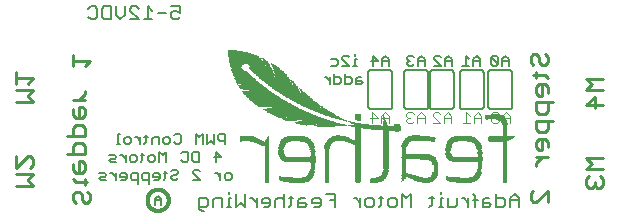
<source format=gbr>
G04 EAGLE Gerber RS-274X export*
G75*
%MOMM*%
%FSLAX34Y34*%
%LPD*%
%INSilkscreen Bottom*%
%IPPOS*%
%AMOC8*
5,1,8,0,0,1.08239X$1,22.5*%
G01*
%ADD10C,0.152400*%
%ADD11C,0.127000*%
%ADD12C,0.228600*%
%ADD13C,0.177800*%
%ADD14C,0.203200*%
%ADD15C,0.101600*%
%ADD16R,0.914400X0.025400*%
%ADD17R,0.508000X0.025400*%
%ADD18R,0.889000X0.025400*%
%ADD19R,0.406400X0.025400*%
%ADD20R,1.320800X0.025400*%
%ADD21R,0.736600X0.025400*%
%ADD22R,0.660400X0.025400*%
%ADD23R,1.346200X0.025400*%
%ADD24R,1.625600X0.025400*%
%ADD25R,0.939800X0.025400*%
%ADD26R,0.025400X0.025400*%
%ADD27R,0.863600X0.025400*%
%ADD28R,0.431800X0.025400*%
%ADD29R,1.600200X0.025400*%
%ADD30R,1.854200X0.025400*%
%ADD31R,1.066800X0.025400*%
%ADD32R,0.050800X0.025400*%
%ADD33R,1.828800X0.025400*%
%ADD34R,2.032000X0.025400*%
%ADD35R,1.219200X0.025400*%
%ADD36R,0.076200X0.025400*%
%ADD37R,0.990600X0.025400*%
%ADD38R,2.057400X0.025400*%
%ADD39R,2.209800X0.025400*%
%ADD40R,2.362200X0.025400*%
%ADD41R,1.447800X0.025400*%
%ADD42R,0.101600X0.025400*%
%ADD43R,1.092200X0.025400*%
%ADD44R,2.489200X0.025400*%
%ADD45R,1.574800X0.025400*%
%ADD46R,0.127000X0.025400*%
%ADD47R,1.143000X0.025400*%
%ADD48R,2.565400X0.025400*%
%ADD49R,1.676400X0.025400*%
%ADD50R,0.152400X0.025400*%
%ADD51R,1.168400X0.025400*%
%ADD52R,2.590800X0.025400*%
%ADD53R,1.752600X0.025400*%
%ADD54R,0.177800X0.025400*%
%ADD55R,1.193800X0.025400*%
%ADD56R,2.616200X0.025400*%
%ADD57R,0.203200X0.025400*%
%ADD58R,2.641600X0.025400*%
%ADD59R,1.930400X0.025400*%
%ADD60R,0.228600X0.025400*%
%ADD61R,1.244600X0.025400*%
%ADD62R,2.667000X0.025400*%
%ADD63R,0.254000X0.025400*%
%ADD64R,2.692400X0.025400*%
%ADD65R,2.108200X0.025400*%
%ADD66R,0.279400X0.025400*%
%ADD67R,2.717800X0.025400*%
%ADD68R,1.041400X0.025400*%
%ADD69R,2.743200X0.025400*%
%ADD70R,2.260600X0.025400*%
%ADD71R,0.304800X0.025400*%
%ADD72R,0.838200X0.025400*%
%ADD73R,0.685800X0.025400*%
%ADD74R,1.270000X0.025400*%
%ADD75R,0.330200X0.025400*%
%ADD76R,0.609600X0.025400*%
%ADD77R,0.355600X0.025400*%
%ADD78R,0.762000X0.025400*%
%ADD79R,0.635000X0.025400*%
%ADD80R,0.584200X0.025400*%
%ADD81R,0.381000X0.025400*%
%ADD82R,0.533400X0.025400*%
%ADD83R,0.558800X0.025400*%
%ADD84R,0.482600X0.025400*%
%ADD85R,1.117600X0.025400*%
%ADD86R,0.457200X0.025400*%
%ADD87R,0.787400X0.025400*%
%ADD88R,0.711200X0.025400*%
%ADD89R,2.413000X0.025400*%
%ADD90R,2.438400X0.025400*%
%ADD91R,2.540000X0.025400*%
%ADD92R,2.794000X0.025400*%
%ADD93R,2.819400X0.025400*%
%ADD94R,2.844800X0.025400*%
%ADD95R,2.870200X0.025400*%
%ADD96R,1.016000X0.025400*%
%ADD97R,2.895600X0.025400*%
%ADD98R,1.422400X0.025400*%
%ADD99R,2.921000X0.025400*%
%ADD100R,1.803400X0.025400*%
%ADD101R,2.946400X0.025400*%
%ADD102R,2.971800X0.025400*%
%ADD103R,2.997200X0.025400*%
%ADD104R,3.022600X0.025400*%
%ADD105R,2.768600X0.025400*%
%ADD106R,2.514600X0.025400*%
%ADD107R,2.336800X0.025400*%
%ADD108R,0.965200X0.025400*%
%ADD109R,0.812800X0.025400*%
%ADD110R,1.651000X0.025400*%
%ADD111R,1.701800X0.025400*%
%ADD112R,1.727200X0.025400*%
%ADD113R,2.159000X0.025400*%
%ADD114R,1.778000X0.025400*%
%ADD115R,2.082800X0.025400*%
%ADD116R,2.463800X0.025400*%
%ADD117R,2.006600X0.025400*%
%ADD118R,1.905000X0.025400*%
%ADD119R,2.286000X0.025400*%
%ADD120R,1.955800X0.025400*%
%ADD121R,2.235200X0.025400*%
%ADD122R,1.524000X0.025400*%
%ADD123R,1.981200X0.025400*%
%ADD124R,2.184400X0.025400*%
%ADD125R,1.473200X0.025400*%
%ADD126R,1.397000X0.025400*%
%ADD127R,2.387600X0.025400*%
%ADD128R,1.879600X0.025400*%
%ADD129R,1.295400X0.025400*%
%ADD130R,1.549400X0.025400*%
%ADD131R,1.371600X0.025400*%
%ADD132R,3.200400X0.025400*%
%ADD133R,3.378200X0.025400*%
%ADD134R,3.835400X0.025400*%
%ADD135R,3.987800X0.025400*%
%ADD136R,4.089400X0.025400*%
%ADD137R,4.216400X0.025400*%
%ADD138R,2.311400X0.025400*%
%ADD139R,3.225800X0.025400*%
%ADD140R,3.479800X0.025400*%
%ADD141R,3.454400X0.025400*%
%ADD142R,1.498600X0.025400*%
%ADD143R,3.429000X0.025400*%
%ADD144R,3.403600X0.025400*%
%ADD145R,3.352800X0.025400*%
%ADD146R,3.327400X0.025400*%
%ADD147R,3.302000X0.025400*%
%ADD148R,3.276600X0.025400*%
%ADD149R,3.251200X0.025400*%
%ADD150R,3.175000X0.025400*%
%ADD151R,2.133600X0.025400*%
%ADD152C,0.304800*%


D10*
X431282Y50292D02*
X431282Y57749D01*
X427554Y61478D01*
X423825Y57749D01*
X423825Y50292D01*
X423825Y55885D02*
X431282Y55885D01*
X412131Y61478D02*
X412131Y50292D01*
X417724Y50292D01*
X419588Y52156D01*
X419588Y55885D01*
X417724Y57749D01*
X412131Y57749D01*
X406030Y57749D02*
X402302Y57749D01*
X400437Y55885D01*
X400437Y50292D01*
X406030Y50292D01*
X407895Y52156D01*
X406030Y54021D01*
X400437Y54021D01*
X394336Y50292D02*
X394336Y59613D01*
X392472Y61478D01*
X392472Y55885D02*
X396201Y55885D01*
X388405Y57749D02*
X388405Y50292D01*
X388405Y54021D02*
X384676Y57749D01*
X382812Y57749D01*
X378660Y57749D02*
X378660Y52156D01*
X376795Y50292D01*
X371203Y50292D01*
X371203Y57749D01*
X366966Y57749D02*
X365101Y57749D01*
X365101Y50292D01*
X363237Y50292D02*
X366966Y50292D01*
X365101Y61478D02*
X365101Y63342D01*
X357305Y59613D02*
X357305Y52156D01*
X355441Y50292D01*
X355441Y57749D02*
X359170Y57749D01*
X339680Y61478D02*
X339680Y50292D01*
X335951Y57749D02*
X339680Y61478D01*
X335951Y57749D02*
X332223Y61478D01*
X332223Y50292D01*
X326122Y50292D02*
X322393Y50292D01*
X320529Y52156D01*
X320529Y55885D01*
X322393Y57749D01*
X326122Y57749D01*
X327986Y55885D01*
X327986Y52156D01*
X326122Y50292D01*
X314428Y52156D02*
X314428Y59613D01*
X314428Y52156D02*
X312563Y50292D01*
X312563Y57749D02*
X316292Y57749D01*
X306632Y50292D02*
X302903Y50292D01*
X301039Y52156D01*
X301039Y55885D01*
X302903Y57749D01*
X306632Y57749D01*
X308496Y55885D01*
X308496Y52156D01*
X306632Y50292D01*
X296802Y50292D02*
X296802Y57749D01*
X296802Y54021D02*
X293073Y57749D01*
X291209Y57749D01*
X275363Y61478D02*
X275363Y50292D01*
X275363Y61478D02*
X267906Y61478D01*
X271634Y55885D02*
X275363Y55885D01*
X261805Y50292D02*
X258076Y50292D01*
X261805Y50292D02*
X263669Y52156D01*
X263669Y55885D01*
X261805Y57749D01*
X258076Y57749D01*
X256212Y55885D01*
X256212Y54021D01*
X263669Y54021D01*
X250111Y57749D02*
X246382Y57749D01*
X244518Y55885D01*
X244518Y50292D01*
X250111Y50292D01*
X251975Y52156D01*
X250111Y54021D01*
X244518Y54021D01*
X238417Y52156D02*
X238417Y59613D01*
X238417Y52156D02*
X236553Y50292D01*
X236553Y57749D02*
X240281Y57749D01*
X232485Y61478D02*
X232485Y50292D01*
X232485Y55885D02*
X230621Y57749D01*
X226892Y57749D01*
X225028Y55885D01*
X225028Y50292D01*
X218927Y50292D02*
X215198Y50292D01*
X218927Y50292D02*
X220791Y52156D01*
X220791Y55885D01*
X218927Y57749D01*
X215198Y57749D01*
X213334Y55885D01*
X213334Y54021D01*
X220791Y54021D01*
X209097Y57749D02*
X209097Y50292D01*
X209097Y54021D02*
X205369Y57749D01*
X203504Y57749D01*
X199352Y61478D02*
X199352Y50292D01*
X195624Y54021D01*
X191895Y50292D01*
X191895Y61478D01*
X187658Y57749D02*
X185794Y57749D01*
X185794Y50292D01*
X187658Y50292D02*
X183930Y50292D01*
X185794Y61478D02*
X185794Y63342D01*
X179862Y57749D02*
X179862Y50292D01*
X179862Y57749D02*
X174269Y57749D01*
X172405Y55885D01*
X172405Y50292D01*
X164440Y46564D02*
X162575Y46564D01*
X160711Y48428D01*
X160711Y57749D01*
X166304Y57749D01*
X168168Y55885D01*
X168168Y52156D01*
X166304Y50292D01*
X160711Y50292D01*
D11*
X422740Y169545D02*
X422740Y175477D01*
X419774Y178443D01*
X416808Y175477D01*
X416808Y169545D01*
X416808Y173994D02*
X422740Y173994D01*
X413385Y171028D02*
X413385Y176960D01*
X411902Y178443D01*
X408936Y178443D01*
X407453Y176960D01*
X407453Y171028D01*
X408936Y169545D01*
X411902Y169545D01*
X413385Y171028D01*
X407453Y176960D01*
X398610Y175477D02*
X398610Y169545D01*
X398610Y175477D02*
X395644Y178443D01*
X392678Y175477D01*
X392678Y169545D01*
X392678Y173994D02*
X398610Y173994D01*
X389255Y175477D02*
X386289Y178443D01*
X386289Y169545D01*
X389255Y169545D02*
X383323Y169545D01*
X374480Y169545D02*
X374480Y175477D01*
X371514Y178443D01*
X368548Y175477D01*
X368548Y169545D01*
X368548Y173994D02*
X374480Y173994D01*
X365125Y169545D02*
X359193Y169545D01*
X365125Y169545D02*
X359193Y175477D01*
X359193Y176960D01*
X360676Y178443D01*
X363642Y178443D01*
X365125Y176960D01*
X351620Y175477D02*
X351620Y169545D01*
X351620Y175477D02*
X348654Y178443D01*
X345688Y175477D01*
X345688Y169545D01*
X345688Y173994D02*
X351620Y173994D01*
X342265Y176960D02*
X340782Y178443D01*
X337816Y178443D01*
X336333Y176960D01*
X336333Y175477D01*
X337816Y173994D01*
X339299Y173994D01*
X337816Y173994D02*
X336333Y172511D01*
X336333Y171028D01*
X337816Y169545D01*
X340782Y169545D01*
X342265Y171028D01*
X321140Y169545D02*
X321140Y175477D01*
X318174Y178443D01*
X315208Y175477D01*
X315208Y169545D01*
X315208Y173994D02*
X321140Y173994D01*
X307336Y169545D02*
X307336Y178443D01*
X311785Y173994D01*
X305853Y173994D01*
D12*
X19951Y139377D02*
X5461Y139377D01*
X15121Y144207D02*
X19951Y139377D01*
X15121Y144207D02*
X19951Y149037D01*
X5461Y149037D01*
X15121Y154813D02*
X19951Y159643D01*
X5461Y159643D01*
X5461Y154813D02*
X5461Y164473D01*
X5461Y68257D02*
X19951Y68257D01*
X15121Y73087D01*
X19951Y77917D01*
X5461Y77917D01*
X5461Y83693D02*
X5461Y93353D01*
X5461Y83693D02*
X15121Y93353D01*
X17536Y93353D01*
X19951Y90938D01*
X19951Y86108D01*
X17536Y83693D01*
X65796Y63310D02*
X68211Y60895D01*
X68211Y56065D01*
X65796Y53650D01*
X63381Y53650D01*
X60966Y56065D01*
X60966Y60895D01*
X58551Y63310D01*
X56136Y63310D01*
X53721Y60895D01*
X53721Y56065D01*
X56136Y53650D01*
X56136Y71501D02*
X65796Y71501D01*
X56136Y71501D02*
X53721Y73916D01*
X63381Y73916D02*
X63381Y69086D01*
X53721Y81792D02*
X53721Y86622D01*
X53721Y81792D02*
X56136Y79376D01*
X60966Y79376D01*
X63381Y81792D01*
X63381Y86622D01*
X60966Y89037D01*
X58551Y89037D01*
X58551Y79376D01*
X63381Y94813D02*
X48891Y94813D01*
X63381Y94813D02*
X63381Y102058D01*
X60966Y104473D01*
X56136Y104473D01*
X53721Y102058D01*
X53721Y94813D01*
X48891Y110249D02*
X63381Y110249D01*
X63381Y117494D01*
X60966Y119909D01*
X56136Y119909D01*
X53721Y117494D01*
X53721Y110249D01*
X53721Y128100D02*
X53721Y132930D01*
X53721Y128100D02*
X56136Y125685D01*
X60966Y125685D01*
X63381Y128100D01*
X63381Y132930D01*
X60966Y135345D01*
X58551Y135345D01*
X58551Y125685D01*
X53721Y141121D02*
X63381Y141121D01*
X58551Y141121D02*
X63381Y145951D01*
X63381Y148366D01*
X63381Y169420D02*
X68211Y174250D01*
X53721Y174250D01*
X53721Y169420D02*
X53721Y179080D01*
X441059Y172785D02*
X443474Y170370D01*
X441059Y172785D02*
X441059Y177615D01*
X443474Y180030D01*
X445889Y180030D01*
X448304Y177615D01*
X448304Y172785D01*
X450719Y170370D01*
X453134Y170370D01*
X455549Y172785D01*
X455549Y177615D01*
X453134Y180030D01*
X453134Y162179D02*
X443474Y162179D01*
X453134Y162179D02*
X455549Y159764D01*
X445889Y159764D02*
X445889Y164594D01*
X455549Y151888D02*
X455549Y147058D01*
X455549Y151888D02*
X453134Y154304D01*
X448304Y154304D01*
X445889Y151888D01*
X445889Y147058D01*
X448304Y144643D01*
X450719Y144643D01*
X450719Y154304D01*
X445889Y138867D02*
X460379Y138867D01*
X445889Y138867D02*
X445889Y131622D01*
X448304Y129207D01*
X453134Y129207D01*
X455549Y131622D01*
X455549Y138867D01*
X460379Y123431D02*
X445889Y123431D01*
X445889Y116186D01*
X448304Y113771D01*
X453134Y113771D01*
X455549Y116186D01*
X455549Y123431D01*
X455549Y105580D02*
X455549Y100750D01*
X455549Y105580D02*
X453134Y107995D01*
X448304Y107995D01*
X445889Y105580D01*
X445889Y100750D01*
X448304Y98335D01*
X450719Y98335D01*
X450719Y107995D01*
X455549Y92559D02*
X445889Y92559D01*
X450719Y92559D02*
X445889Y87729D01*
X445889Y85314D01*
X455549Y64260D02*
X455549Y54600D01*
X455549Y64260D02*
X445889Y54600D01*
X443474Y54600D01*
X441059Y57015D01*
X441059Y61845D01*
X443474Y64260D01*
X488049Y91763D02*
X502539Y91763D01*
X492879Y86933D02*
X488049Y91763D01*
X492879Y86933D02*
X488049Y82103D01*
X502539Y82103D01*
X490464Y76327D02*
X488049Y73912D01*
X488049Y69082D01*
X490464Y66667D01*
X492879Y66667D01*
X495294Y69082D01*
X495294Y71497D01*
X495294Y69082D02*
X497709Y66667D01*
X500124Y66667D01*
X502539Y69082D01*
X502539Y73912D01*
X500124Y76327D01*
X502539Y159073D02*
X488049Y159073D01*
X492879Y154243D01*
X488049Y149413D01*
X502539Y149413D01*
X502539Y136392D02*
X488049Y136392D01*
X495294Y143637D01*
X495294Y133977D01*
D11*
X293779Y175477D02*
X292296Y175477D01*
X292296Y169545D01*
X293779Y169545D02*
X290813Y169545D01*
X292296Y178443D02*
X292296Y179926D01*
X287542Y169545D02*
X281610Y169545D01*
X287542Y169545D02*
X281610Y175477D01*
X281610Y176960D01*
X283093Y178443D01*
X286059Y178443D01*
X287542Y176960D01*
X276704Y175477D02*
X272255Y175477D01*
X276704Y175477D02*
X278187Y173994D01*
X278187Y171028D01*
X276704Y169545D01*
X272255Y169545D01*
X294787Y160237D02*
X297753Y160237D01*
X294787Y160237D02*
X293304Y158754D01*
X293304Y154305D01*
X297753Y154305D01*
X299236Y155788D01*
X297753Y157271D01*
X293304Y157271D01*
X283949Y154305D02*
X283949Y163203D01*
X283949Y154305D02*
X288398Y154305D01*
X289881Y155788D01*
X289881Y158754D01*
X288398Y160237D01*
X283949Y160237D01*
X274594Y163203D02*
X274594Y154305D01*
X279043Y154305D01*
X280525Y155788D01*
X280525Y158754D01*
X279043Y160237D01*
X274594Y160237D01*
X271170Y160237D02*
X271170Y154305D01*
X271170Y157271D02*
X268204Y160237D01*
X266721Y160237D01*
X182408Y112403D02*
X182408Y103505D01*
X182408Y112403D02*
X177959Y112403D01*
X176476Y110920D01*
X176476Y107954D01*
X177959Y106471D01*
X182408Y106471D01*
X173053Y103505D02*
X173053Y112403D01*
X170087Y106471D02*
X173053Y103505D01*
X170087Y106471D02*
X167121Y103505D01*
X167121Y112403D01*
X163698Y112403D02*
X163698Y103505D01*
X160732Y109437D02*
X163698Y112403D01*
X160732Y109437D02*
X157766Y112403D01*
X157766Y103505D01*
X140539Y112403D02*
X139056Y110920D01*
X140539Y112403D02*
X143505Y112403D01*
X144987Y110920D01*
X144987Y104988D01*
X143505Y103505D01*
X140539Y103505D01*
X139056Y104988D01*
X134149Y103505D02*
X131183Y103505D01*
X129701Y104988D01*
X129701Y107954D01*
X131183Y109437D01*
X134149Y109437D01*
X135632Y107954D01*
X135632Y104988D01*
X134149Y103505D01*
X126277Y103505D02*
X126277Y109437D01*
X121828Y109437D01*
X120345Y107954D01*
X120345Y103505D01*
X115439Y104988D02*
X115439Y110920D01*
X115439Y104988D02*
X113956Y103505D01*
X113956Y109437D02*
X116922Y109437D01*
X110685Y109437D02*
X110685Y103505D01*
X110685Y106471D02*
X107719Y109437D01*
X106236Y109437D01*
X101406Y103505D02*
X98440Y103505D01*
X96957Y104988D01*
X96957Y107954D01*
X98440Y109437D01*
X101406Y109437D01*
X102889Y107954D01*
X102889Y104988D01*
X101406Y103505D01*
X93534Y112403D02*
X92051Y112403D01*
X92051Y103505D01*
X93534Y103505D02*
X90568Y103505D01*
X174841Y97163D02*
X174841Y88265D01*
X179290Y92714D02*
X174841Y97163D01*
X173358Y92714D02*
X179290Y92714D01*
X160579Y97163D02*
X160579Y88265D01*
X156131Y88265D01*
X154648Y89748D01*
X154648Y95680D01*
X156131Y97163D01*
X160579Y97163D01*
X146775Y97163D02*
X145292Y95680D01*
X146775Y97163D02*
X149741Y97163D01*
X151224Y95680D01*
X151224Y89748D01*
X149741Y88265D01*
X146775Y88265D01*
X145292Y89748D01*
X132514Y88265D02*
X132514Y97163D01*
X129548Y94197D01*
X126582Y97163D01*
X126582Y88265D01*
X121676Y88265D02*
X118710Y88265D01*
X117227Y89748D01*
X117227Y92714D01*
X118710Y94197D01*
X121676Y94197D01*
X123159Y92714D01*
X123159Y89748D01*
X121676Y88265D01*
X112321Y89748D02*
X112321Y95680D01*
X112321Y89748D02*
X110838Y88265D01*
X110838Y94197D02*
X113803Y94197D01*
X106084Y88265D02*
X103118Y88265D01*
X101635Y89748D01*
X101635Y92714D01*
X103118Y94197D01*
X106084Y94197D01*
X107567Y92714D01*
X107567Y89748D01*
X106084Y88265D01*
X98211Y88265D02*
X98211Y94197D01*
X95246Y94197D02*
X98211Y91231D01*
X95246Y94197D02*
X93763Y94197D01*
X90416Y88265D02*
X85967Y88265D01*
X84484Y89748D01*
X85967Y91231D01*
X88933Y91231D01*
X90416Y92714D01*
X88933Y94197D01*
X84484Y94197D01*
X183417Y73025D02*
X186382Y73025D01*
X183417Y73025D02*
X181934Y74508D01*
X181934Y77474D01*
X183417Y78957D01*
X186382Y78957D01*
X187865Y77474D01*
X187865Y74508D01*
X186382Y73025D01*
X178510Y73025D02*
X178510Y78957D01*
X178510Y75991D02*
X175544Y78957D01*
X174061Y78957D01*
X161359Y73025D02*
X155427Y73025D01*
X161359Y73025D02*
X155427Y78957D01*
X155427Y80440D01*
X156910Y81923D01*
X159876Y81923D01*
X161359Y80440D01*
X138200Y81923D02*
X136717Y80440D01*
X138200Y81923D02*
X141166Y81923D01*
X142649Y80440D01*
X142649Y78957D01*
X141166Y77474D01*
X138200Y77474D01*
X136717Y75991D01*
X136717Y74508D01*
X138200Y73025D01*
X141166Y73025D01*
X142649Y74508D01*
X131811Y74508D02*
X131811Y80440D01*
X131811Y74508D02*
X130328Y73025D01*
X130328Y78957D02*
X133293Y78957D01*
X125574Y73025D02*
X122608Y73025D01*
X125574Y73025D02*
X127057Y74508D01*
X127057Y77474D01*
X125574Y78957D01*
X122608Y78957D01*
X121125Y77474D01*
X121125Y75991D01*
X127057Y75991D01*
X117701Y78957D02*
X117701Y70059D01*
X117701Y78957D02*
X113253Y78957D01*
X111770Y77474D01*
X111770Y74508D01*
X113253Y73025D01*
X117701Y73025D01*
X108346Y70059D02*
X108346Y78957D01*
X103898Y78957D01*
X102415Y77474D01*
X102415Y74508D01*
X103898Y73025D01*
X108346Y73025D01*
X97508Y73025D02*
X94542Y73025D01*
X97508Y73025D02*
X98991Y74508D01*
X98991Y77474D01*
X97508Y78957D01*
X94542Y78957D01*
X93059Y77474D01*
X93059Y75991D01*
X98991Y75991D01*
X89636Y73025D02*
X89636Y78957D01*
X89636Y75991D02*
X86670Y78957D01*
X85187Y78957D01*
X81840Y73025D02*
X77391Y73025D01*
X75908Y74508D01*
X77391Y75991D01*
X80357Y75991D01*
X81840Y77474D01*
X80357Y78957D01*
X75908Y78957D01*
D13*
X136892Y220100D02*
X144180Y220100D01*
X144180Y214635D01*
X140536Y216457D01*
X138714Y216457D01*
X136892Y214635D01*
X136892Y210991D01*
X138714Y209169D01*
X142358Y209169D01*
X144180Y210991D01*
X132486Y214635D02*
X125198Y214635D01*
X120792Y216457D02*
X117148Y220100D01*
X117148Y209169D01*
X113505Y209169D02*
X120792Y209169D01*
X109098Y209169D02*
X101811Y209169D01*
X109098Y209169D02*
X101811Y216457D01*
X101811Y218278D01*
X103632Y220100D01*
X107276Y220100D01*
X109098Y218278D01*
X97404Y220100D02*
X97404Y212813D01*
X93760Y209169D01*
X90117Y212813D01*
X90117Y220100D01*
X85710Y220100D02*
X85710Y209169D01*
X80244Y209169D01*
X78423Y210991D01*
X78423Y218278D01*
X80244Y220100D01*
X85710Y220100D01*
X68551Y220100D02*
X66729Y218278D01*
X68551Y220100D02*
X72194Y220100D01*
X74016Y218278D01*
X74016Y210991D01*
X72194Y209169D01*
X68551Y209169D01*
X66729Y210991D01*
D14*
X405130Y163830D02*
X405130Y135890D01*
X425450Y163830D02*
X425448Y163930D01*
X425442Y164029D01*
X425432Y164129D01*
X425419Y164227D01*
X425401Y164326D01*
X425380Y164423D01*
X425355Y164519D01*
X425326Y164615D01*
X425293Y164709D01*
X425257Y164802D01*
X425217Y164893D01*
X425173Y164983D01*
X425126Y165071D01*
X425076Y165157D01*
X425022Y165241D01*
X424965Y165323D01*
X424905Y165402D01*
X424841Y165480D01*
X424775Y165554D01*
X424706Y165626D01*
X424634Y165695D01*
X424560Y165761D01*
X424482Y165825D01*
X424403Y165885D01*
X424321Y165942D01*
X424237Y165996D01*
X424151Y166046D01*
X424063Y166093D01*
X423973Y166137D01*
X423882Y166177D01*
X423789Y166213D01*
X423695Y166246D01*
X423599Y166275D01*
X423503Y166300D01*
X423406Y166321D01*
X423307Y166339D01*
X423209Y166352D01*
X423109Y166362D01*
X423010Y166368D01*
X422910Y166370D01*
X425450Y135890D02*
X425448Y135790D01*
X425442Y135691D01*
X425432Y135591D01*
X425419Y135493D01*
X425401Y135394D01*
X425380Y135297D01*
X425355Y135201D01*
X425326Y135105D01*
X425293Y135011D01*
X425257Y134918D01*
X425217Y134827D01*
X425173Y134737D01*
X425126Y134649D01*
X425076Y134563D01*
X425022Y134479D01*
X424965Y134397D01*
X424905Y134318D01*
X424841Y134240D01*
X424775Y134166D01*
X424706Y134094D01*
X424634Y134025D01*
X424560Y133959D01*
X424482Y133895D01*
X424403Y133835D01*
X424321Y133778D01*
X424237Y133724D01*
X424151Y133674D01*
X424063Y133627D01*
X423973Y133583D01*
X423882Y133543D01*
X423789Y133507D01*
X423695Y133474D01*
X423599Y133445D01*
X423503Y133420D01*
X423406Y133399D01*
X423307Y133381D01*
X423209Y133368D01*
X423109Y133358D01*
X423010Y133352D01*
X422910Y133350D01*
X407670Y133350D02*
X407570Y133352D01*
X407471Y133358D01*
X407371Y133368D01*
X407273Y133381D01*
X407174Y133399D01*
X407077Y133420D01*
X406981Y133445D01*
X406885Y133474D01*
X406791Y133507D01*
X406698Y133543D01*
X406607Y133583D01*
X406517Y133627D01*
X406429Y133674D01*
X406343Y133724D01*
X406259Y133778D01*
X406177Y133835D01*
X406098Y133895D01*
X406020Y133959D01*
X405946Y134025D01*
X405874Y134094D01*
X405805Y134166D01*
X405739Y134240D01*
X405675Y134318D01*
X405615Y134397D01*
X405558Y134479D01*
X405504Y134563D01*
X405454Y134649D01*
X405407Y134737D01*
X405363Y134827D01*
X405323Y134918D01*
X405287Y135011D01*
X405254Y135105D01*
X405225Y135201D01*
X405200Y135297D01*
X405179Y135394D01*
X405161Y135493D01*
X405148Y135591D01*
X405138Y135691D01*
X405132Y135790D01*
X405130Y135890D01*
X405130Y163830D02*
X405132Y163930D01*
X405138Y164029D01*
X405148Y164129D01*
X405161Y164227D01*
X405179Y164326D01*
X405200Y164423D01*
X405225Y164519D01*
X405254Y164615D01*
X405287Y164709D01*
X405323Y164802D01*
X405363Y164893D01*
X405407Y164983D01*
X405454Y165071D01*
X405504Y165157D01*
X405558Y165241D01*
X405615Y165323D01*
X405675Y165402D01*
X405739Y165480D01*
X405805Y165554D01*
X405874Y165626D01*
X405946Y165695D01*
X406020Y165761D01*
X406098Y165825D01*
X406177Y165885D01*
X406259Y165942D01*
X406343Y165996D01*
X406429Y166046D01*
X406517Y166093D01*
X406607Y166137D01*
X406698Y166177D01*
X406791Y166213D01*
X406885Y166246D01*
X406981Y166275D01*
X407077Y166300D01*
X407174Y166321D01*
X407273Y166339D01*
X407371Y166352D01*
X407471Y166362D01*
X407570Y166368D01*
X407670Y166370D01*
X422910Y166370D01*
X422910Y133350D02*
X407670Y133350D01*
X425450Y135890D02*
X425450Y163830D01*
D15*
X423332Y127259D02*
X423332Y121158D01*
X423332Y127259D02*
X420282Y130310D01*
X417231Y127259D01*
X417231Y121158D01*
X417231Y125734D02*
X423332Y125734D01*
X413977Y122683D02*
X413977Y128785D01*
X412452Y130310D01*
X409401Y130310D01*
X407876Y128785D01*
X407876Y122683D01*
X409401Y121158D01*
X412452Y121158D01*
X413977Y122683D01*
X407876Y128785D01*
D14*
X381000Y135890D02*
X381000Y163830D01*
X398780Y166370D02*
X398880Y166368D01*
X398979Y166362D01*
X399079Y166352D01*
X399177Y166339D01*
X399276Y166321D01*
X399373Y166300D01*
X399469Y166275D01*
X399565Y166246D01*
X399659Y166213D01*
X399752Y166177D01*
X399843Y166137D01*
X399933Y166093D01*
X400021Y166046D01*
X400107Y165996D01*
X400191Y165942D01*
X400273Y165885D01*
X400352Y165825D01*
X400430Y165761D01*
X400504Y165695D01*
X400576Y165626D01*
X400645Y165554D01*
X400711Y165480D01*
X400775Y165402D01*
X400835Y165323D01*
X400892Y165241D01*
X400946Y165157D01*
X400996Y165071D01*
X401043Y164983D01*
X401087Y164893D01*
X401127Y164802D01*
X401163Y164709D01*
X401196Y164615D01*
X401225Y164519D01*
X401250Y164423D01*
X401271Y164326D01*
X401289Y164227D01*
X401302Y164129D01*
X401312Y164029D01*
X401318Y163930D01*
X401320Y163830D01*
X401320Y135890D02*
X401318Y135790D01*
X401312Y135691D01*
X401302Y135591D01*
X401289Y135493D01*
X401271Y135394D01*
X401250Y135297D01*
X401225Y135201D01*
X401196Y135105D01*
X401163Y135011D01*
X401127Y134918D01*
X401087Y134827D01*
X401043Y134737D01*
X400996Y134649D01*
X400946Y134563D01*
X400892Y134479D01*
X400835Y134397D01*
X400775Y134318D01*
X400711Y134240D01*
X400645Y134166D01*
X400576Y134094D01*
X400504Y134025D01*
X400430Y133959D01*
X400352Y133895D01*
X400273Y133835D01*
X400191Y133778D01*
X400107Y133724D01*
X400021Y133674D01*
X399933Y133627D01*
X399843Y133583D01*
X399752Y133543D01*
X399659Y133507D01*
X399565Y133474D01*
X399469Y133445D01*
X399373Y133420D01*
X399276Y133399D01*
X399177Y133381D01*
X399079Y133368D01*
X398979Y133358D01*
X398880Y133352D01*
X398780Y133350D01*
X383540Y133350D02*
X383440Y133352D01*
X383341Y133358D01*
X383241Y133368D01*
X383143Y133381D01*
X383044Y133399D01*
X382947Y133420D01*
X382851Y133445D01*
X382755Y133474D01*
X382661Y133507D01*
X382568Y133543D01*
X382477Y133583D01*
X382387Y133627D01*
X382299Y133674D01*
X382213Y133724D01*
X382129Y133778D01*
X382047Y133835D01*
X381968Y133895D01*
X381890Y133959D01*
X381816Y134025D01*
X381744Y134094D01*
X381675Y134166D01*
X381609Y134240D01*
X381545Y134318D01*
X381485Y134397D01*
X381428Y134479D01*
X381374Y134563D01*
X381324Y134649D01*
X381277Y134737D01*
X381233Y134827D01*
X381193Y134918D01*
X381157Y135011D01*
X381124Y135105D01*
X381095Y135201D01*
X381070Y135297D01*
X381049Y135394D01*
X381031Y135493D01*
X381018Y135591D01*
X381008Y135691D01*
X381002Y135790D01*
X381000Y135890D01*
X381000Y163830D02*
X381002Y163930D01*
X381008Y164029D01*
X381018Y164129D01*
X381031Y164227D01*
X381049Y164326D01*
X381070Y164423D01*
X381095Y164519D01*
X381124Y164615D01*
X381157Y164709D01*
X381193Y164802D01*
X381233Y164893D01*
X381277Y164983D01*
X381324Y165071D01*
X381374Y165157D01*
X381428Y165241D01*
X381485Y165323D01*
X381545Y165402D01*
X381609Y165480D01*
X381675Y165554D01*
X381744Y165626D01*
X381816Y165695D01*
X381890Y165761D01*
X381968Y165825D01*
X382047Y165885D01*
X382129Y165942D01*
X382213Y165996D01*
X382299Y166046D01*
X382387Y166093D01*
X382477Y166137D01*
X382568Y166177D01*
X382661Y166213D01*
X382755Y166246D01*
X382851Y166275D01*
X382947Y166300D01*
X383044Y166321D01*
X383143Y166339D01*
X383241Y166352D01*
X383341Y166362D01*
X383440Y166368D01*
X383540Y166370D01*
X398780Y166370D01*
X398780Y133350D02*
X383540Y133350D01*
X401320Y135890D02*
X401320Y163830D01*
D15*
X399202Y127259D02*
X399202Y121158D01*
X399202Y127259D02*
X396152Y130310D01*
X393101Y127259D01*
X393101Y121158D01*
X393101Y125734D02*
X399202Y125734D01*
X389847Y127259D02*
X386797Y130310D01*
X386797Y121158D01*
X389847Y121158D02*
X383746Y121158D01*
D14*
X355600Y135890D02*
X355600Y163830D01*
X373380Y166370D02*
X373480Y166368D01*
X373579Y166362D01*
X373679Y166352D01*
X373777Y166339D01*
X373876Y166321D01*
X373973Y166300D01*
X374069Y166275D01*
X374165Y166246D01*
X374259Y166213D01*
X374352Y166177D01*
X374443Y166137D01*
X374533Y166093D01*
X374621Y166046D01*
X374707Y165996D01*
X374791Y165942D01*
X374873Y165885D01*
X374952Y165825D01*
X375030Y165761D01*
X375104Y165695D01*
X375176Y165626D01*
X375245Y165554D01*
X375311Y165480D01*
X375375Y165402D01*
X375435Y165323D01*
X375492Y165241D01*
X375546Y165157D01*
X375596Y165071D01*
X375643Y164983D01*
X375687Y164893D01*
X375727Y164802D01*
X375763Y164709D01*
X375796Y164615D01*
X375825Y164519D01*
X375850Y164423D01*
X375871Y164326D01*
X375889Y164227D01*
X375902Y164129D01*
X375912Y164029D01*
X375918Y163930D01*
X375920Y163830D01*
X375920Y135890D02*
X375918Y135790D01*
X375912Y135691D01*
X375902Y135591D01*
X375889Y135493D01*
X375871Y135394D01*
X375850Y135297D01*
X375825Y135201D01*
X375796Y135105D01*
X375763Y135011D01*
X375727Y134918D01*
X375687Y134827D01*
X375643Y134737D01*
X375596Y134649D01*
X375546Y134563D01*
X375492Y134479D01*
X375435Y134397D01*
X375375Y134318D01*
X375311Y134240D01*
X375245Y134166D01*
X375176Y134094D01*
X375104Y134025D01*
X375030Y133959D01*
X374952Y133895D01*
X374873Y133835D01*
X374791Y133778D01*
X374707Y133724D01*
X374621Y133674D01*
X374533Y133627D01*
X374443Y133583D01*
X374352Y133543D01*
X374259Y133507D01*
X374165Y133474D01*
X374069Y133445D01*
X373973Y133420D01*
X373876Y133399D01*
X373777Y133381D01*
X373679Y133368D01*
X373579Y133358D01*
X373480Y133352D01*
X373380Y133350D01*
X358140Y133350D02*
X358040Y133352D01*
X357941Y133358D01*
X357841Y133368D01*
X357743Y133381D01*
X357644Y133399D01*
X357547Y133420D01*
X357451Y133445D01*
X357355Y133474D01*
X357261Y133507D01*
X357168Y133543D01*
X357077Y133583D01*
X356987Y133627D01*
X356899Y133674D01*
X356813Y133724D01*
X356729Y133778D01*
X356647Y133835D01*
X356568Y133895D01*
X356490Y133959D01*
X356416Y134025D01*
X356344Y134094D01*
X356275Y134166D01*
X356209Y134240D01*
X356145Y134318D01*
X356085Y134397D01*
X356028Y134479D01*
X355974Y134563D01*
X355924Y134649D01*
X355877Y134737D01*
X355833Y134827D01*
X355793Y134918D01*
X355757Y135011D01*
X355724Y135105D01*
X355695Y135201D01*
X355670Y135297D01*
X355649Y135394D01*
X355631Y135493D01*
X355618Y135591D01*
X355608Y135691D01*
X355602Y135790D01*
X355600Y135890D01*
X355600Y163830D02*
X355602Y163930D01*
X355608Y164029D01*
X355618Y164129D01*
X355631Y164227D01*
X355649Y164326D01*
X355670Y164423D01*
X355695Y164519D01*
X355724Y164615D01*
X355757Y164709D01*
X355793Y164802D01*
X355833Y164893D01*
X355877Y164983D01*
X355924Y165071D01*
X355974Y165157D01*
X356028Y165241D01*
X356085Y165323D01*
X356145Y165402D01*
X356209Y165480D01*
X356275Y165554D01*
X356344Y165626D01*
X356416Y165695D01*
X356490Y165761D01*
X356568Y165825D01*
X356647Y165885D01*
X356729Y165942D01*
X356813Y165996D01*
X356899Y166046D01*
X356987Y166093D01*
X357077Y166137D01*
X357168Y166177D01*
X357261Y166213D01*
X357355Y166246D01*
X357451Y166275D01*
X357547Y166300D01*
X357644Y166321D01*
X357743Y166339D01*
X357841Y166352D01*
X357941Y166362D01*
X358040Y166368D01*
X358140Y166370D01*
X373380Y166370D01*
X373380Y133350D02*
X358140Y133350D01*
X375920Y135890D02*
X375920Y163830D01*
D15*
X373802Y127259D02*
X373802Y121158D01*
X373802Y127259D02*
X370752Y130310D01*
X367701Y127259D01*
X367701Y121158D01*
X367701Y125734D02*
X373802Y125734D01*
X364447Y121158D02*
X358346Y121158D01*
X364447Y121158D02*
X358346Y127259D01*
X358346Y128785D01*
X359871Y130310D01*
X362922Y130310D01*
X364447Y128785D01*
D14*
X354330Y135890D02*
X354330Y163830D01*
X334010Y135890D02*
X334012Y135790D01*
X334018Y135691D01*
X334028Y135591D01*
X334041Y135493D01*
X334059Y135394D01*
X334080Y135297D01*
X334105Y135201D01*
X334134Y135105D01*
X334167Y135011D01*
X334203Y134918D01*
X334243Y134827D01*
X334287Y134737D01*
X334334Y134649D01*
X334384Y134563D01*
X334438Y134479D01*
X334495Y134397D01*
X334555Y134318D01*
X334619Y134240D01*
X334685Y134166D01*
X334754Y134094D01*
X334826Y134025D01*
X334900Y133959D01*
X334978Y133895D01*
X335057Y133835D01*
X335139Y133778D01*
X335223Y133724D01*
X335309Y133674D01*
X335397Y133627D01*
X335487Y133583D01*
X335578Y133543D01*
X335671Y133507D01*
X335765Y133474D01*
X335861Y133445D01*
X335957Y133420D01*
X336054Y133399D01*
X336153Y133381D01*
X336251Y133368D01*
X336351Y133358D01*
X336450Y133352D01*
X336550Y133350D01*
X334010Y163830D02*
X334012Y163930D01*
X334018Y164029D01*
X334028Y164129D01*
X334041Y164227D01*
X334059Y164326D01*
X334080Y164423D01*
X334105Y164519D01*
X334134Y164615D01*
X334167Y164709D01*
X334203Y164802D01*
X334243Y164893D01*
X334287Y164983D01*
X334334Y165071D01*
X334384Y165157D01*
X334438Y165241D01*
X334495Y165323D01*
X334555Y165402D01*
X334619Y165480D01*
X334685Y165554D01*
X334754Y165626D01*
X334826Y165695D01*
X334900Y165761D01*
X334978Y165825D01*
X335057Y165885D01*
X335139Y165942D01*
X335223Y165996D01*
X335309Y166046D01*
X335397Y166093D01*
X335487Y166137D01*
X335578Y166177D01*
X335671Y166213D01*
X335765Y166246D01*
X335861Y166275D01*
X335957Y166300D01*
X336054Y166321D01*
X336153Y166339D01*
X336251Y166352D01*
X336351Y166362D01*
X336450Y166368D01*
X336550Y166370D01*
X351790Y166370D02*
X351890Y166368D01*
X351989Y166362D01*
X352089Y166352D01*
X352187Y166339D01*
X352286Y166321D01*
X352383Y166300D01*
X352479Y166275D01*
X352575Y166246D01*
X352669Y166213D01*
X352762Y166177D01*
X352853Y166137D01*
X352943Y166093D01*
X353031Y166046D01*
X353117Y165996D01*
X353201Y165942D01*
X353283Y165885D01*
X353362Y165825D01*
X353440Y165761D01*
X353514Y165695D01*
X353586Y165626D01*
X353655Y165554D01*
X353721Y165480D01*
X353785Y165402D01*
X353845Y165323D01*
X353902Y165241D01*
X353956Y165157D01*
X354006Y165071D01*
X354053Y164983D01*
X354097Y164893D01*
X354137Y164802D01*
X354173Y164709D01*
X354206Y164615D01*
X354235Y164519D01*
X354260Y164423D01*
X354281Y164326D01*
X354299Y164227D01*
X354312Y164129D01*
X354322Y164029D01*
X354328Y163930D01*
X354330Y163830D01*
X354330Y135890D02*
X354328Y135790D01*
X354322Y135691D01*
X354312Y135591D01*
X354299Y135493D01*
X354281Y135394D01*
X354260Y135297D01*
X354235Y135201D01*
X354206Y135105D01*
X354173Y135011D01*
X354137Y134918D01*
X354097Y134827D01*
X354053Y134737D01*
X354006Y134649D01*
X353956Y134563D01*
X353902Y134479D01*
X353845Y134397D01*
X353785Y134318D01*
X353721Y134240D01*
X353655Y134166D01*
X353586Y134094D01*
X353514Y134025D01*
X353440Y133959D01*
X353362Y133895D01*
X353283Y133835D01*
X353201Y133778D01*
X353117Y133724D01*
X353031Y133674D01*
X352943Y133627D01*
X352853Y133583D01*
X352762Y133543D01*
X352669Y133507D01*
X352575Y133474D01*
X352479Y133445D01*
X352383Y133420D01*
X352286Y133399D01*
X352187Y133381D01*
X352089Y133368D01*
X351989Y133358D01*
X351890Y133352D01*
X351790Y133350D01*
X336550Y133350D01*
X336550Y166370D02*
X351790Y166370D01*
X334010Y163830D02*
X334010Y135890D01*
D15*
X351282Y127259D02*
X351282Y121158D01*
X351282Y127259D02*
X348231Y130310D01*
X345181Y127259D01*
X345181Y121158D01*
X345181Y125734D02*
X351282Y125734D01*
X341927Y128785D02*
X340402Y130310D01*
X337351Y130310D01*
X335826Y128785D01*
X335826Y127259D01*
X337351Y125734D01*
X338876Y125734D01*
X337351Y125734D02*
X335826Y124209D01*
X335826Y122683D01*
X337351Y121158D01*
X340402Y121158D01*
X341927Y122683D01*
D14*
X323850Y135890D02*
X323850Y163830D01*
X303530Y135890D02*
X303532Y135790D01*
X303538Y135691D01*
X303548Y135591D01*
X303561Y135493D01*
X303579Y135394D01*
X303600Y135297D01*
X303625Y135201D01*
X303654Y135105D01*
X303687Y135011D01*
X303723Y134918D01*
X303763Y134827D01*
X303807Y134737D01*
X303854Y134649D01*
X303904Y134563D01*
X303958Y134479D01*
X304015Y134397D01*
X304075Y134318D01*
X304139Y134240D01*
X304205Y134166D01*
X304274Y134094D01*
X304346Y134025D01*
X304420Y133959D01*
X304498Y133895D01*
X304577Y133835D01*
X304659Y133778D01*
X304743Y133724D01*
X304829Y133674D01*
X304917Y133627D01*
X305007Y133583D01*
X305098Y133543D01*
X305191Y133507D01*
X305285Y133474D01*
X305381Y133445D01*
X305477Y133420D01*
X305574Y133399D01*
X305673Y133381D01*
X305771Y133368D01*
X305871Y133358D01*
X305970Y133352D01*
X306070Y133350D01*
X303530Y163830D02*
X303532Y163930D01*
X303538Y164029D01*
X303548Y164129D01*
X303561Y164227D01*
X303579Y164326D01*
X303600Y164423D01*
X303625Y164519D01*
X303654Y164615D01*
X303687Y164709D01*
X303723Y164802D01*
X303763Y164893D01*
X303807Y164983D01*
X303854Y165071D01*
X303904Y165157D01*
X303958Y165241D01*
X304015Y165323D01*
X304075Y165402D01*
X304139Y165480D01*
X304205Y165554D01*
X304274Y165626D01*
X304346Y165695D01*
X304420Y165761D01*
X304498Y165825D01*
X304577Y165885D01*
X304659Y165942D01*
X304743Y165996D01*
X304829Y166046D01*
X304917Y166093D01*
X305007Y166137D01*
X305098Y166177D01*
X305191Y166213D01*
X305285Y166246D01*
X305381Y166275D01*
X305477Y166300D01*
X305574Y166321D01*
X305673Y166339D01*
X305771Y166352D01*
X305871Y166362D01*
X305970Y166368D01*
X306070Y166370D01*
X321310Y166370D02*
X321410Y166368D01*
X321509Y166362D01*
X321609Y166352D01*
X321707Y166339D01*
X321806Y166321D01*
X321903Y166300D01*
X321999Y166275D01*
X322095Y166246D01*
X322189Y166213D01*
X322282Y166177D01*
X322373Y166137D01*
X322463Y166093D01*
X322551Y166046D01*
X322637Y165996D01*
X322721Y165942D01*
X322803Y165885D01*
X322882Y165825D01*
X322960Y165761D01*
X323034Y165695D01*
X323106Y165626D01*
X323175Y165554D01*
X323241Y165480D01*
X323305Y165402D01*
X323365Y165323D01*
X323422Y165241D01*
X323476Y165157D01*
X323526Y165071D01*
X323573Y164983D01*
X323617Y164893D01*
X323657Y164802D01*
X323693Y164709D01*
X323726Y164615D01*
X323755Y164519D01*
X323780Y164423D01*
X323801Y164326D01*
X323819Y164227D01*
X323832Y164129D01*
X323842Y164029D01*
X323848Y163930D01*
X323850Y163830D01*
X323850Y135890D02*
X323848Y135790D01*
X323842Y135691D01*
X323832Y135591D01*
X323819Y135493D01*
X323801Y135394D01*
X323780Y135297D01*
X323755Y135201D01*
X323726Y135105D01*
X323693Y135011D01*
X323657Y134918D01*
X323617Y134827D01*
X323573Y134737D01*
X323526Y134649D01*
X323476Y134563D01*
X323422Y134479D01*
X323365Y134397D01*
X323305Y134318D01*
X323241Y134240D01*
X323175Y134166D01*
X323106Y134094D01*
X323034Y134025D01*
X322960Y133959D01*
X322882Y133895D01*
X322803Y133835D01*
X322721Y133778D01*
X322637Y133724D01*
X322551Y133674D01*
X322463Y133627D01*
X322373Y133583D01*
X322282Y133543D01*
X322189Y133507D01*
X322095Y133474D01*
X321999Y133445D01*
X321903Y133420D01*
X321806Y133399D01*
X321707Y133381D01*
X321609Y133368D01*
X321509Y133358D01*
X321410Y133352D01*
X321310Y133350D01*
X306070Y133350D01*
X306070Y166370D02*
X321310Y166370D01*
X303530Y163830D02*
X303530Y135890D01*
D15*
X320802Y127259D02*
X320802Y121158D01*
X320802Y127259D02*
X317751Y130310D01*
X314701Y127259D01*
X314701Y121158D01*
X314701Y125734D02*
X320802Y125734D01*
X306871Y121158D02*
X306871Y130310D01*
X311447Y125734D01*
X305346Y125734D01*
D16*
X385699Y70612D03*
D17*
X352679Y70612D03*
D18*
X244348Y70612D03*
D19*
X419227Y70866D03*
D20*
X384937Y70866D03*
D21*
X352552Y70866D03*
D22*
X308737Y70866D03*
D19*
X295275Y70866D03*
X268351Y70866D03*
D23*
X243586Y70866D03*
D19*
X217551Y70866D03*
X419227Y71120D03*
D24*
X384429Y71120D03*
D25*
X352298Y71120D03*
D26*
X332232Y71120D03*
D27*
X309499Y71120D03*
D28*
X295148Y71120D03*
D19*
X268351Y71120D03*
D29*
X243078Y71120D03*
D19*
X217551Y71120D03*
X419227Y71374D03*
D30*
X384048Y71374D03*
D31*
X352171Y71374D03*
D32*
X332359Y71374D03*
D25*
X309880Y71374D03*
D28*
X295148Y71374D03*
D19*
X268351Y71374D03*
D33*
X242697Y71374D03*
D19*
X217551Y71374D03*
X419227Y71628D03*
D34*
X383667Y71628D03*
D35*
X351917Y71628D03*
D36*
X332486Y71628D03*
D37*
X310134Y71628D03*
D28*
X295148Y71628D03*
D19*
X268351Y71628D03*
D38*
X242316Y71628D03*
D19*
X217551Y71628D03*
X419227Y71882D03*
D39*
X383286Y71882D03*
D23*
X351790Y71882D03*
D36*
X332486Y71882D03*
D31*
X310515Y71882D03*
D28*
X295148Y71882D03*
D19*
X268351Y71882D03*
D39*
X242062Y71882D03*
D19*
X217551Y71882D03*
X419227Y72136D03*
D40*
X383032Y72136D03*
D41*
X351536Y72136D03*
D42*
X332613Y72136D03*
D43*
X310642Y72136D03*
D28*
X295148Y72136D03*
D19*
X268351Y72136D03*
D40*
X241808Y72136D03*
D19*
X217551Y72136D03*
X419227Y72390D03*
D44*
X382905Y72390D03*
D45*
X351409Y72390D03*
D46*
X332740Y72390D03*
D47*
X310896Y72390D03*
D28*
X295148Y72390D03*
D19*
X268351Y72390D03*
D44*
X241427Y72390D03*
D19*
X217551Y72390D03*
X419227Y72644D03*
D48*
X382778Y72644D03*
D49*
X351155Y72644D03*
D50*
X332867Y72644D03*
D51*
X311023Y72644D03*
D28*
X295148Y72644D03*
D19*
X268351Y72644D03*
D48*
X241300Y72644D03*
D19*
X217551Y72644D03*
X419227Y72898D03*
D52*
X382905Y72898D03*
D53*
X351028Y72898D03*
D54*
X332994Y72898D03*
D55*
X311150Y72898D03*
D28*
X295148Y72898D03*
D19*
X268351Y72898D03*
D56*
X241554Y72898D03*
D19*
X217551Y72898D03*
X419227Y73152D03*
D56*
X383032Y73152D03*
D30*
X350774Y73152D03*
D57*
X333121Y73152D03*
D35*
X311277Y73152D03*
D28*
X295148Y73152D03*
D19*
X268351Y73152D03*
D58*
X241681Y73152D03*
D19*
X217551Y73152D03*
X419227Y73406D03*
D58*
X383159Y73406D03*
D59*
X350647Y73406D03*
D60*
X333248Y73406D03*
D61*
X311404Y73406D03*
D28*
X295148Y73406D03*
D19*
X268351Y73406D03*
D62*
X241808Y73406D03*
D19*
X217551Y73406D03*
X419227Y73660D03*
D62*
X383286Y73660D03*
D34*
X350393Y73660D03*
D63*
X333375Y73660D03*
D61*
X311658Y73660D03*
D28*
X295148Y73660D03*
D19*
X268351Y73660D03*
D64*
X241935Y73660D03*
D19*
X217551Y73660D03*
X419227Y73914D03*
D64*
X383413Y73914D03*
D65*
X350266Y73914D03*
D66*
X333502Y73914D03*
D51*
X312293Y73914D03*
D28*
X295148Y73914D03*
D19*
X268351Y73914D03*
D64*
X241935Y73914D03*
D19*
X217551Y73914D03*
X419227Y74168D03*
D67*
X383540Y74168D03*
D39*
X350012Y74168D03*
D66*
X333502Y74168D03*
D68*
X312928Y74168D03*
D28*
X295148Y74168D03*
D19*
X268351Y74168D03*
D67*
X242062Y74168D03*
D19*
X217551Y74168D03*
X419227Y74422D03*
D69*
X383667Y74422D03*
D70*
X349758Y74422D03*
D71*
X333629Y74422D03*
D25*
X313690Y74422D03*
D28*
X295148Y74422D03*
D19*
X268351Y74422D03*
D69*
X242189Y74422D03*
D19*
X217551Y74422D03*
X419227Y74676D03*
D72*
X393192Y74676D03*
D47*
X375666Y74676D03*
D73*
X357886Y74676D03*
D74*
X344297Y74676D03*
D75*
X333756Y74676D03*
D27*
X314325Y74676D03*
D28*
X295148Y74676D03*
D19*
X268351Y74676D03*
D72*
X251968Y74676D03*
D51*
X234315Y74676D03*
D19*
X217551Y74676D03*
X419227Y74930D03*
D73*
X394208Y74930D03*
D76*
X372999Y74930D03*
X358267Y74930D03*
D47*
X343154Y74930D03*
D77*
X333883Y74930D03*
D78*
X314833Y74930D03*
D28*
X295148Y74930D03*
D19*
X268351Y74930D03*
D73*
X252730Y74930D03*
D76*
X231521Y74930D03*
D19*
X217551Y74930D03*
X419227Y75184D03*
D79*
X394716Y75184D03*
D71*
X371475Y75184D03*
D80*
X358648Y75184D03*
D31*
X342265Y75184D03*
D81*
X334010Y75184D03*
D22*
X315595Y75184D03*
D28*
X295148Y75184D03*
D19*
X268351Y75184D03*
D79*
X253238Y75184D03*
D75*
X230124Y75184D03*
D19*
X217551Y75184D03*
X419227Y75438D03*
D80*
X394970Y75438D03*
D42*
X370459Y75438D03*
D82*
X358902Y75438D03*
D37*
X341376Y75438D03*
D19*
X334137Y75438D03*
D76*
X315849Y75438D03*
D28*
X295148Y75438D03*
D19*
X268351Y75438D03*
D80*
X253492Y75438D03*
D42*
X228981Y75438D03*
D19*
X217551Y75438D03*
X419227Y75692D03*
D83*
X395351Y75692D03*
D17*
X359283Y75692D03*
D20*
X338709Y75692D03*
D80*
X316230Y75692D03*
D28*
X295148Y75692D03*
D19*
X268351Y75692D03*
D83*
X253873Y75692D03*
D19*
X217551Y75692D03*
X419227Y75946D03*
D82*
X395478Y75946D03*
D84*
X359410Y75946D03*
D35*
X338201Y75946D03*
D82*
X316484Y75946D03*
D28*
X295148Y75946D03*
D19*
X268351Y75946D03*
D17*
X254127Y75946D03*
D19*
X217551Y75946D03*
X419227Y76200D03*
D82*
X395732Y76200D03*
D84*
X359664Y76200D03*
D85*
X337693Y76200D03*
D82*
X316738Y76200D03*
D28*
X295148Y76200D03*
D19*
X268351Y76200D03*
D17*
X254381Y76200D03*
D19*
X217551Y76200D03*
X419227Y76454D03*
D17*
X395859Y76454D03*
D84*
X359664Y76454D03*
D68*
X337312Y76454D03*
D17*
X316865Y76454D03*
D28*
X295148Y76454D03*
D19*
X268351Y76454D03*
D84*
X254508Y76454D03*
D19*
X217551Y76454D03*
X419227Y76708D03*
D84*
X395986Y76708D03*
D86*
X359791Y76708D03*
D25*
X336804Y76708D03*
D84*
X316992Y76708D03*
D28*
X295148Y76708D03*
D19*
X268351Y76708D03*
D84*
X254762Y76708D03*
D19*
X217551Y76708D03*
X419227Y76962D03*
D84*
X396240Y76962D03*
D86*
X360045Y76962D03*
D27*
X336423Y76962D03*
D84*
X317246Y76962D03*
D28*
X295148Y76962D03*
D19*
X268351Y76962D03*
D86*
X254889Y76962D03*
D19*
X217551Y76962D03*
X419227Y77216D03*
D86*
X396367Y77216D03*
X360045Y77216D03*
D87*
X336042Y77216D03*
D86*
X317373Y77216D03*
D28*
X295148Y77216D03*
D19*
X268351Y77216D03*
D86*
X254889Y77216D03*
D19*
X217551Y77216D03*
X419227Y77470D03*
D28*
X396494Y77470D03*
X360172Y77470D03*
D88*
X335661Y77470D03*
D86*
X317373Y77470D03*
D28*
X295148Y77470D03*
D19*
X268351Y77470D03*
D86*
X255143Y77470D03*
D19*
X217551Y77470D03*
X419227Y77724D03*
D86*
X396621Y77724D03*
D28*
X360172Y77724D03*
D79*
X335280Y77724D03*
D86*
X317627Y77724D03*
D28*
X295148Y77724D03*
D19*
X268351Y77724D03*
D28*
X255270Y77724D03*
D19*
X217551Y77724D03*
X419227Y77978D03*
D28*
X396748Y77978D03*
X360426Y77978D03*
D83*
X334899Y77978D03*
D86*
X317627Y77978D03*
D28*
X295148Y77978D03*
D19*
X268351Y77978D03*
D28*
X255270Y77978D03*
D19*
X217551Y77978D03*
X419227Y78232D03*
D28*
X396748Y78232D03*
X360426Y78232D03*
D84*
X334518Y78232D03*
D28*
X317754Y78232D03*
X295148Y78232D03*
D19*
X268351Y78232D03*
D28*
X255524Y78232D03*
D19*
X217551Y78232D03*
X419227Y78486D03*
D28*
X397002Y78486D03*
X360426Y78486D03*
D19*
X334137Y78486D03*
D28*
X317754Y78486D03*
X295148Y78486D03*
D19*
X268351Y78486D03*
D28*
X255524Y78486D03*
D19*
X217551Y78486D03*
X419227Y78740D03*
D28*
X397002Y78740D03*
X360426Y78740D03*
D19*
X334137Y78740D03*
D86*
X317881Y78740D03*
D28*
X295148Y78740D03*
D19*
X268351Y78740D03*
X255651Y78740D03*
X217551Y78740D03*
X419227Y78994D03*
X397129Y78994D03*
X360553Y78994D03*
X334137Y78994D03*
D28*
X318008Y78994D03*
X295148Y78994D03*
D19*
X268351Y78994D03*
D28*
X255778Y78994D03*
D19*
X217551Y78994D03*
X419227Y79248D03*
X397129Y79248D03*
X360553Y79248D03*
X334137Y79248D03*
D28*
X318008Y79248D03*
X295148Y79248D03*
D19*
X268351Y79248D03*
D28*
X255778Y79248D03*
D19*
X217551Y79248D03*
X419227Y79502D03*
D28*
X397256Y79502D03*
D19*
X360553Y79502D03*
X334137Y79502D03*
D28*
X318008Y79502D03*
X295148Y79502D03*
D19*
X268351Y79502D03*
X255905Y79502D03*
X217551Y79502D03*
X419227Y79756D03*
X397383Y79756D03*
X360553Y79756D03*
X334137Y79756D03*
X318135Y79756D03*
D28*
X295148Y79756D03*
D19*
X268351Y79756D03*
X255905Y79756D03*
X217551Y79756D03*
X419227Y80010D03*
X397383Y80010D03*
X360553Y80010D03*
X334137Y80010D03*
X318135Y80010D03*
D28*
X295148Y80010D03*
D19*
X268351Y80010D03*
X255905Y80010D03*
X217551Y80010D03*
X419227Y80264D03*
X397383Y80264D03*
X360553Y80264D03*
X334137Y80264D03*
D28*
X318262Y80264D03*
X295148Y80264D03*
D19*
X268351Y80264D03*
D28*
X256032Y80264D03*
D19*
X217551Y80264D03*
X419227Y80518D03*
X397383Y80518D03*
X360553Y80518D03*
X334137Y80518D03*
D28*
X318262Y80518D03*
X295148Y80518D03*
D19*
X268351Y80518D03*
X256159Y80518D03*
X217551Y80518D03*
X419227Y80772D03*
X397637Y80772D03*
X360553Y80772D03*
X334137Y80772D03*
D28*
X318262Y80772D03*
X295148Y80772D03*
D19*
X268351Y80772D03*
X256159Y80772D03*
X217551Y80772D03*
X419227Y81026D03*
X397637Y81026D03*
X360553Y81026D03*
X334137Y81026D03*
D28*
X318262Y81026D03*
X295148Y81026D03*
D19*
X268351Y81026D03*
X256159Y81026D03*
X217551Y81026D03*
X419227Y81280D03*
X397637Y81280D03*
X360553Y81280D03*
X334137Y81280D03*
X318389Y81280D03*
D28*
X295148Y81280D03*
D19*
X268351Y81280D03*
X256159Y81280D03*
X217551Y81280D03*
X419227Y81534D03*
X397637Y81534D03*
X360553Y81534D03*
X334137Y81534D03*
X318389Y81534D03*
D28*
X295148Y81534D03*
D19*
X268351Y81534D03*
X256413Y81534D03*
X217551Y81534D03*
X419227Y81788D03*
X397637Y81788D03*
X360553Y81788D03*
X334137Y81788D03*
X318389Y81788D03*
D28*
X295148Y81788D03*
D19*
X268351Y81788D03*
X256413Y81788D03*
X217551Y81788D03*
X419227Y82042D03*
X397637Y82042D03*
X360553Y82042D03*
X334137Y82042D03*
X318389Y82042D03*
D28*
X295148Y82042D03*
D19*
X268351Y82042D03*
X256413Y82042D03*
X217551Y82042D03*
X419227Y82296D03*
X397891Y82296D03*
X360553Y82296D03*
X334137Y82296D03*
X318389Y82296D03*
D28*
X295148Y82296D03*
D19*
X268351Y82296D03*
X256413Y82296D03*
X217551Y82296D03*
X419227Y82550D03*
X397891Y82550D03*
X360553Y82550D03*
X334137Y82550D03*
D28*
X318516Y82550D03*
X295148Y82550D03*
D19*
X268351Y82550D03*
X256413Y82550D03*
X217551Y82550D03*
X419227Y82804D03*
X397891Y82804D03*
X360553Y82804D03*
X334137Y82804D03*
D28*
X318516Y82804D03*
X295148Y82804D03*
D19*
X268351Y82804D03*
X256413Y82804D03*
X217551Y82804D03*
X419227Y83058D03*
X397891Y83058D03*
X360553Y83058D03*
X334137Y83058D03*
D28*
X318516Y83058D03*
X295148Y83058D03*
D19*
X268351Y83058D03*
X256413Y83058D03*
X217551Y83058D03*
X419227Y83312D03*
X397891Y83312D03*
X360553Y83312D03*
X334137Y83312D03*
D28*
X318516Y83312D03*
X295148Y83312D03*
D19*
X268351Y83312D03*
X256413Y83312D03*
X217551Y83312D03*
X419227Y83566D03*
X397891Y83566D03*
X360553Y83566D03*
X334137Y83566D03*
D28*
X318516Y83566D03*
X295148Y83566D03*
D19*
X268351Y83566D03*
X256667Y83566D03*
X217551Y83566D03*
X419227Y83820D03*
X397891Y83820D03*
X360553Y83820D03*
X334137Y83820D03*
D28*
X318516Y83820D03*
X295148Y83820D03*
D19*
X268351Y83820D03*
X256667Y83820D03*
X217551Y83820D03*
X419227Y84074D03*
X397891Y84074D03*
X360553Y84074D03*
X334137Y84074D03*
D28*
X318516Y84074D03*
X295148Y84074D03*
D19*
X268351Y84074D03*
X256667Y84074D03*
X217551Y84074D03*
X419227Y84328D03*
X397891Y84328D03*
X360553Y84328D03*
X334137Y84328D03*
D28*
X318516Y84328D03*
X295148Y84328D03*
D19*
X268351Y84328D03*
X256667Y84328D03*
X217551Y84328D03*
X419227Y84582D03*
X397891Y84582D03*
X360553Y84582D03*
X334137Y84582D03*
D28*
X318516Y84582D03*
X295148Y84582D03*
D19*
X268351Y84582D03*
X256667Y84582D03*
X217551Y84582D03*
X419227Y84836D03*
X398145Y84836D03*
X360553Y84836D03*
X334137Y84836D03*
D28*
X318516Y84836D03*
X295148Y84836D03*
D19*
X268351Y84836D03*
X256667Y84836D03*
X217551Y84836D03*
X419227Y85090D03*
X398145Y85090D03*
X360553Y85090D03*
X334137Y85090D03*
D28*
X318516Y85090D03*
X295148Y85090D03*
D19*
X268351Y85090D03*
X256667Y85090D03*
X217551Y85090D03*
X419227Y85344D03*
X398145Y85344D03*
X360553Y85344D03*
X334137Y85344D03*
D28*
X318516Y85344D03*
X295148Y85344D03*
D19*
X268351Y85344D03*
X256667Y85344D03*
X217551Y85344D03*
X419227Y85598D03*
X398145Y85598D03*
D28*
X360426Y85598D03*
D19*
X334137Y85598D03*
D28*
X318516Y85598D03*
X295148Y85598D03*
D19*
X268351Y85598D03*
X256667Y85598D03*
X217551Y85598D03*
X419227Y85852D03*
X398145Y85852D03*
D28*
X360426Y85852D03*
D19*
X334137Y85852D03*
D28*
X318516Y85852D03*
X295148Y85852D03*
D19*
X268351Y85852D03*
X256667Y85852D03*
X217551Y85852D03*
X419227Y86106D03*
X398145Y86106D03*
D28*
X360426Y86106D03*
D19*
X334137Y86106D03*
D28*
X318516Y86106D03*
X295148Y86106D03*
D19*
X268351Y86106D03*
X256667Y86106D03*
X217551Y86106D03*
X419227Y86360D03*
X398145Y86360D03*
D28*
X360426Y86360D03*
D19*
X334137Y86360D03*
D28*
X318516Y86360D03*
X295148Y86360D03*
D19*
X268351Y86360D03*
X256667Y86360D03*
X217551Y86360D03*
X419227Y86614D03*
X398145Y86614D03*
D86*
X360299Y86614D03*
D19*
X334137Y86614D03*
D28*
X318516Y86614D03*
X295148Y86614D03*
D19*
X268351Y86614D03*
X256667Y86614D03*
X217551Y86614D03*
X419227Y86868D03*
X398145Y86868D03*
D28*
X360172Y86868D03*
D19*
X334137Y86868D03*
D28*
X318516Y86868D03*
X295148Y86868D03*
D19*
X268351Y86868D03*
X256667Y86868D03*
X217551Y86868D03*
X419227Y87122D03*
X398145Y87122D03*
D28*
X360172Y87122D03*
D19*
X334137Y87122D03*
D28*
X318516Y87122D03*
X295148Y87122D03*
D19*
X268351Y87122D03*
X256667Y87122D03*
X217551Y87122D03*
X419227Y87376D03*
X398145Y87376D03*
D86*
X360045Y87376D03*
D19*
X334137Y87376D03*
D28*
X318516Y87376D03*
X295148Y87376D03*
D19*
X268351Y87376D03*
X256667Y87376D03*
X217551Y87376D03*
X419227Y87630D03*
X398145Y87630D03*
D84*
X359918Y87630D03*
D19*
X334137Y87630D03*
D28*
X318516Y87630D03*
X295148Y87630D03*
D19*
X268351Y87630D03*
X256667Y87630D03*
X217551Y87630D03*
X419227Y87884D03*
X398145Y87884D03*
D86*
X359791Y87884D03*
D19*
X334137Y87884D03*
D28*
X318516Y87884D03*
X295148Y87884D03*
D19*
X268351Y87884D03*
D28*
X256794Y87884D03*
D19*
X217551Y87884D03*
X419227Y88138D03*
D89*
X388112Y88138D03*
D84*
X359664Y88138D03*
D19*
X334137Y88138D03*
D28*
X318516Y88138D03*
X295148Y88138D03*
D19*
X268351Y88138D03*
D90*
X246761Y88138D03*
D19*
X217551Y88138D03*
X419227Y88392D03*
D91*
X387477Y88392D03*
D17*
X359537Y88392D03*
D19*
X334137Y88392D03*
D28*
X318516Y88392D03*
X295148Y88392D03*
D19*
X268351Y88392D03*
D91*
X246253Y88392D03*
D19*
X217551Y88392D03*
X419227Y88646D03*
D56*
X387096Y88646D03*
D17*
X359283Y88646D03*
D19*
X334137Y88646D03*
D28*
X318516Y88646D03*
X295148Y88646D03*
D19*
X268351Y88646D03*
D58*
X245745Y88646D03*
D19*
X217551Y88646D03*
X419227Y88900D03*
D64*
X386715Y88900D03*
D82*
X359156Y88900D03*
D19*
X334137Y88900D03*
D28*
X318516Y88900D03*
X295148Y88900D03*
D19*
X268351Y88900D03*
D64*
X245491Y88900D03*
D19*
X217551Y88900D03*
X419227Y89154D03*
D69*
X386461Y89154D03*
D80*
X358902Y89154D03*
D19*
X334137Y89154D03*
D28*
X318516Y89154D03*
X295148Y89154D03*
D19*
X268351Y89154D03*
D69*
X245237Y89154D03*
D19*
X217551Y89154D03*
X419227Y89408D03*
D92*
X386207Y89408D03*
D80*
X358648Y89408D03*
D19*
X334137Y89408D03*
D28*
X318516Y89408D03*
X295148Y89408D03*
D19*
X268351Y89408D03*
D92*
X244983Y89408D03*
D19*
X217551Y89408D03*
X419227Y89662D03*
D93*
X386080Y89662D03*
D22*
X358267Y89662D03*
D19*
X334137Y89662D03*
D28*
X318516Y89662D03*
X295148Y89662D03*
D19*
X268351Y89662D03*
D94*
X244729Y89662D03*
D19*
X217551Y89662D03*
X419227Y89916D03*
D94*
X385953Y89916D03*
D21*
X357632Y89916D03*
D19*
X334137Y89916D03*
D28*
X318516Y89916D03*
X295148Y89916D03*
D19*
X268351Y89916D03*
D95*
X244602Y89916D03*
D19*
X217551Y89916D03*
X419227Y90170D03*
D95*
X385826Y90170D03*
D96*
X355981Y90170D03*
D19*
X334137Y90170D03*
D28*
X318516Y90170D03*
X295148Y90170D03*
D19*
X268351Y90170D03*
D97*
X244475Y90170D03*
D19*
X217551Y90170D03*
X419227Y90424D03*
D97*
X385699Y90424D03*
D98*
X353949Y90424D03*
D19*
X334137Y90424D03*
D28*
X318516Y90424D03*
X295148Y90424D03*
D19*
X268351Y90424D03*
D99*
X244348Y90424D03*
D19*
X217551Y90424D03*
X419227Y90678D03*
D99*
X385572Y90678D03*
D100*
X351790Y90678D03*
D19*
X334137Y90678D03*
D28*
X318516Y90678D03*
X295148Y90678D03*
D19*
X268351Y90678D03*
D101*
X244221Y90678D03*
D19*
X217551Y90678D03*
X419227Y90932D03*
D101*
X385445Y90932D03*
D39*
X349504Y90932D03*
D19*
X334137Y90932D03*
D28*
X318516Y90932D03*
X295148Y90932D03*
D19*
X268351Y90932D03*
D102*
X244094Y90932D03*
D19*
X217551Y90932D03*
X419227Y91186D03*
D102*
X385318Y91186D03*
D94*
X346329Y91186D03*
D28*
X318516Y91186D03*
X295148Y91186D03*
D19*
X268351Y91186D03*
D103*
X243967Y91186D03*
D19*
X217551Y91186D03*
X419227Y91440D03*
D103*
X385191Y91440D03*
D93*
X346202Y91440D03*
D28*
X318516Y91440D03*
X295148Y91440D03*
D19*
X268351Y91440D03*
D103*
X243967Y91440D03*
D19*
X217551Y91440D03*
X419227Y91694D03*
D103*
X385191Y91694D03*
D92*
X346075Y91694D03*
D28*
X318516Y91694D03*
X295148Y91694D03*
D19*
X268351Y91694D03*
D104*
X243840Y91694D03*
D19*
X217551Y91694D03*
X419227Y91948D03*
D104*
X385064Y91948D03*
D105*
X345948Y91948D03*
D28*
X318516Y91948D03*
X295148Y91948D03*
D19*
X268351Y91948D03*
D104*
X243840Y91948D03*
D19*
X217551Y91948D03*
X419227Y92202D03*
X398145Y92202D03*
D22*
X373253Y92202D03*
D67*
X345694Y92202D03*
D28*
X318516Y92202D03*
X295148Y92202D03*
D19*
X268351Y92202D03*
D28*
X256794Y92202D03*
D73*
X231902Y92202D03*
D19*
X217551Y92202D03*
X419227Y92456D03*
X398145Y92456D03*
D80*
X372872Y92456D03*
D64*
X345567Y92456D03*
D28*
X318516Y92456D03*
X295148Y92456D03*
D19*
X268351Y92456D03*
D28*
X256794Y92456D03*
D80*
X231394Y92456D03*
D19*
X217551Y92456D03*
X419227Y92710D03*
X398145Y92710D03*
D83*
X372491Y92710D03*
D62*
X345440Y92710D03*
D28*
X318516Y92710D03*
X295148Y92710D03*
D19*
X268351Y92710D03*
D28*
X256794Y92710D03*
D82*
X231140Y92710D03*
D19*
X217551Y92710D03*
X419227Y92964D03*
X398145Y92964D03*
D17*
X372237Y92964D03*
D56*
X345186Y92964D03*
D28*
X318516Y92964D03*
X295148Y92964D03*
D19*
X268351Y92964D03*
X256667Y92964D03*
D17*
X230759Y92964D03*
D19*
X217551Y92964D03*
X419227Y93218D03*
X398145Y93218D03*
D84*
X372110Y93218D03*
D48*
X344932Y93218D03*
D28*
X318516Y93218D03*
X295148Y93218D03*
D19*
X268351Y93218D03*
X256667Y93218D03*
D84*
X230632Y93218D03*
D19*
X217551Y93218D03*
X419227Y93472D03*
X398145Y93472D03*
D84*
X371856Y93472D03*
D106*
X344678Y93472D03*
D28*
X318516Y93472D03*
X295148Y93472D03*
D19*
X268351Y93472D03*
X256667Y93472D03*
D86*
X230505Y93472D03*
D19*
X217551Y93472D03*
X419227Y93726D03*
X398145Y93726D03*
D86*
X371729Y93726D03*
D90*
X344297Y93726D03*
D28*
X318516Y93726D03*
X295148Y93726D03*
D19*
X268351Y93726D03*
X256667Y93726D03*
D86*
X230251Y93726D03*
D19*
X217551Y93726D03*
X419227Y93980D03*
X398145Y93980D03*
D28*
X371602Y93980D03*
D107*
X343789Y93980D03*
D28*
X318516Y93980D03*
X295148Y93980D03*
D19*
X268351Y93980D03*
X256667Y93980D03*
D86*
X230251Y93980D03*
D19*
X217551Y93980D03*
X419227Y94234D03*
X398145Y94234D03*
D28*
X371602Y94234D03*
D19*
X334137Y94234D03*
D28*
X318516Y94234D03*
X295148Y94234D03*
D19*
X268351Y94234D03*
X256667Y94234D03*
D28*
X230124Y94234D03*
D19*
X217551Y94234D03*
X419227Y94488D03*
X398145Y94488D03*
D28*
X371348Y94488D03*
D19*
X334137Y94488D03*
D28*
X318516Y94488D03*
X295148Y94488D03*
D19*
X268351Y94488D03*
X256667Y94488D03*
D28*
X230124Y94488D03*
D19*
X217551Y94488D03*
X419227Y94742D03*
X398145Y94742D03*
D28*
X371348Y94742D03*
D19*
X334137Y94742D03*
D28*
X318516Y94742D03*
X295148Y94742D03*
D19*
X268351Y94742D03*
X256667Y94742D03*
X229997Y94742D03*
X217551Y94742D03*
X419227Y94996D03*
X398145Y94996D03*
D28*
X371348Y94996D03*
D19*
X334137Y94996D03*
D28*
X318516Y94996D03*
X295148Y94996D03*
D19*
X268351Y94996D03*
X256667Y94996D03*
X229997Y94996D03*
X217551Y94996D03*
X419227Y95250D03*
X398145Y95250D03*
D28*
X371348Y95250D03*
D19*
X334137Y95250D03*
D28*
X318516Y95250D03*
X295148Y95250D03*
D19*
X268351Y95250D03*
X256667Y95250D03*
X229997Y95250D03*
X217551Y95250D03*
X419227Y95504D03*
D28*
X398018Y95504D03*
X371348Y95504D03*
D19*
X334137Y95504D03*
D28*
X318516Y95504D03*
X295148Y95504D03*
D19*
X268351Y95504D03*
X256667Y95504D03*
D28*
X229870Y95504D03*
D19*
X217551Y95504D03*
X419227Y95758D03*
D28*
X398018Y95758D03*
D19*
X371221Y95758D03*
X334137Y95758D03*
D28*
X318516Y95758D03*
X295148Y95758D03*
D19*
X268351Y95758D03*
X256667Y95758D03*
D28*
X229870Y95758D03*
D19*
X217551Y95758D03*
X419227Y96012D03*
X397891Y96012D03*
X371221Y96012D03*
X334137Y96012D03*
D28*
X318516Y96012D03*
X295148Y96012D03*
D19*
X268351Y96012D03*
X256667Y96012D03*
D28*
X229870Y96012D03*
D19*
X217551Y96012D03*
X419227Y96266D03*
X397891Y96266D03*
X371221Y96266D03*
X334137Y96266D03*
D28*
X318516Y96266D03*
X295148Y96266D03*
D19*
X268351Y96266D03*
X256667Y96266D03*
D28*
X229870Y96266D03*
D19*
X217551Y96266D03*
X419227Y96520D03*
X397891Y96520D03*
X371221Y96520D03*
X334137Y96520D03*
D28*
X318516Y96520D03*
X295148Y96520D03*
D19*
X268351Y96520D03*
X256667Y96520D03*
D28*
X229870Y96520D03*
D19*
X217551Y96520D03*
X419227Y96774D03*
X397891Y96774D03*
X371221Y96774D03*
X334137Y96774D03*
D28*
X318516Y96774D03*
X295148Y96774D03*
D19*
X268351Y96774D03*
D28*
X256540Y96774D03*
X229870Y96774D03*
D19*
X217551Y96774D03*
X419227Y97028D03*
X397891Y97028D03*
X371221Y97028D03*
X334137Y97028D03*
D28*
X318516Y97028D03*
X295148Y97028D03*
D19*
X268351Y97028D03*
X256413Y97028D03*
D28*
X229870Y97028D03*
D19*
X217551Y97028D03*
X419227Y97282D03*
X397891Y97282D03*
X371221Y97282D03*
X334137Y97282D03*
D28*
X318516Y97282D03*
X295148Y97282D03*
D19*
X268351Y97282D03*
X256413Y97282D03*
D28*
X229870Y97282D03*
D19*
X217551Y97282D03*
X419227Y97536D03*
X397891Y97536D03*
X371221Y97536D03*
X334137Y97536D03*
D28*
X318516Y97536D03*
X295148Y97536D03*
D19*
X268351Y97536D03*
X256413Y97536D03*
D28*
X229870Y97536D03*
D19*
X217551Y97536D03*
X419227Y97790D03*
X397891Y97790D03*
D28*
X371348Y97790D03*
D19*
X334137Y97790D03*
D28*
X318516Y97790D03*
X295148Y97790D03*
D19*
X268351Y97790D03*
X256413Y97790D03*
X229997Y97790D03*
X217551Y97790D03*
X419227Y98044D03*
X397891Y98044D03*
D28*
X371348Y98044D03*
D19*
X334137Y98044D03*
D28*
X318516Y98044D03*
X295148Y98044D03*
D19*
X268351Y98044D03*
X256413Y98044D03*
X229997Y98044D03*
X217551Y98044D03*
X419227Y98298D03*
X397637Y98298D03*
D28*
X371348Y98298D03*
D19*
X334137Y98298D03*
D28*
X318516Y98298D03*
X295148Y98298D03*
D19*
X268351Y98298D03*
X256413Y98298D03*
X229997Y98298D03*
X217551Y98298D03*
X419227Y98552D03*
X397637Y98552D03*
D28*
X371348Y98552D03*
D19*
X334137Y98552D03*
D28*
X318516Y98552D03*
X295148Y98552D03*
D19*
X268351Y98552D03*
X256413Y98552D03*
X229997Y98552D03*
X217551Y98552D03*
X419227Y98806D03*
X397637Y98806D03*
D28*
X371348Y98806D03*
D19*
X334137Y98806D03*
D28*
X318516Y98806D03*
X295148Y98806D03*
D19*
X268351Y98806D03*
D28*
X256286Y98806D03*
D19*
X229997Y98806D03*
X217551Y98806D03*
X419227Y99060D03*
X397637Y99060D03*
D28*
X371348Y99060D03*
D19*
X334137Y99060D03*
D28*
X318516Y99060D03*
X295148Y99060D03*
D19*
X268351Y99060D03*
X256159Y99060D03*
X229997Y99060D03*
X217551Y99060D03*
X419227Y99314D03*
X397637Y99314D03*
X371475Y99314D03*
X334137Y99314D03*
D28*
X318516Y99314D03*
X295148Y99314D03*
X268478Y99314D03*
D19*
X256159Y99314D03*
X229997Y99314D03*
X217551Y99314D03*
X419227Y99568D03*
D28*
X397510Y99568D03*
D19*
X371475Y99568D03*
X334137Y99568D03*
D28*
X318516Y99568D03*
X295148Y99568D03*
X268478Y99568D03*
D19*
X256159Y99568D03*
X229997Y99568D03*
X217551Y99568D03*
X419227Y99822D03*
X397383Y99822D03*
X371475Y99822D03*
X334137Y99822D03*
D28*
X318516Y99822D03*
X295148Y99822D03*
X268478Y99822D03*
D19*
X256159Y99822D03*
D28*
X230124Y99822D03*
D19*
X217551Y99822D03*
X419227Y100076D03*
X397383Y100076D03*
X371475Y100076D03*
X334137Y100076D03*
D28*
X318516Y100076D03*
X295148Y100076D03*
X268478Y100076D03*
X256032Y100076D03*
X230124Y100076D03*
D19*
X217551Y100076D03*
X419227Y100330D03*
X397383Y100330D03*
X371475Y100330D03*
X334137Y100330D03*
D28*
X318516Y100330D03*
X295148Y100330D03*
D19*
X268605Y100330D03*
X255905Y100330D03*
D28*
X230124Y100330D03*
D19*
X217551Y100330D03*
X419227Y100584D03*
D28*
X397256Y100584D03*
X371602Y100584D03*
D19*
X334137Y100584D03*
D28*
X318516Y100584D03*
X295148Y100584D03*
D19*
X268605Y100584D03*
X255905Y100584D03*
X230251Y100584D03*
X217551Y100584D03*
X419227Y100838D03*
D28*
X397256Y100838D03*
X371602Y100838D03*
D19*
X334137Y100838D03*
D28*
X318516Y100838D03*
X295148Y100838D03*
X268732Y100838D03*
X255778Y100838D03*
D19*
X230251Y100838D03*
X217551Y100838D03*
X419227Y101092D03*
X397129Y101092D03*
D28*
X371602Y101092D03*
X334264Y101092D03*
X318516Y101092D03*
X295148Y101092D03*
X268732Y101092D03*
X255778Y101092D03*
D19*
X230251Y101092D03*
X217551Y101092D03*
X419227Y101346D03*
D28*
X397002Y101346D03*
D19*
X371729Y101346D03*
D28*
X334264Y101346D03*
X318516Y101346D03*
X295148Y101346D03*
D19*
X268859Y101346D03*
X255651Y101346D03*
D28*
X230378Y101346D03*
D19*
X217551Y101346D03*
X419227Y101600D03*
D28*
X397002Y101600D03*
X371856Y101600D03*
X334264Y101600D03*
X318516Y101600D03*
X295148Y101600D03*
X268986Y101600D03*
X255524Y101600D03*
X230378Y101600D03*
D86*
X217297Y101600D03*
D19*
X419227Y101854D03*
D28*
X396748Y101854D03*
X371856Y101854D03*
D19*
X334391Y101854D03*
D28*
X318516Y101854D03*
X295148Y101854D03*
X268986Y101854D03*
X255524Y101854D03*
X230378Y101854D03*
D17*
X217043Y101854D03*
D19*
X419227Y102108D03*
D28*
X396748Y102108D03*
X371856Y102108D03*
X334518Y102108D03*
X318516Y102108D03*
D86*
X295021Y102108D03*
X269113Y102108D03*
X255397Y102108D03*
D28*
X230632Y102108D03*
D83*
X216789Y102108D03*
D19*
X419227Y102362D03*
D86*
X396621Y102362D03*
X371983Y102362D03*
D28*
X334518Y102362D03*
X318516Y102362D03*
D17*
X294767Y102362D03*
D28*
X269240Y102362D03*
X255270Y102362D03*
X230632Y102362D03*
D76*
X216535Y102362D03*
D19*
X419227Y102616D03*
D86*
X396621Y102616D03*
D28*
X372110Y102616D03*
X334518Y102616D03*
X318516Y102616D03*
D83*
X294513Y102616D03*
D86*
X269367Y102616D03*
X255143Y102616D03*
X230759Y102616D03*
D22*
X216281Y102616D03*
D19*
X419227Y102870D03*
D86*
X396367Y102870D03*
X372237Y102870D03*
X334645Y102870D03*
D28*
X318516Y102870D03*
D76*
X294259Y102870D03*
D86*
X269367Y102870D03*
X255143Y102870D03*
X230759Y102870D03*
D21*
X215900Y102870D03*
D19*
X419227Y103124D03*
D84*
X396240Y103124D03*
D86*
X372237Y103124D03*
D28*
X334772Y103124D03*
X318516Y103124D03*
D22*
X294005Y103124D03*
D86*
X269621Y103124D03*
X254889Y103124D03*
X231013Y103124D03*
D87*
X215646Y103124D03*
D19*
X419227Y103378D03*
D86*
X396113Y103378D03*
X372491Y103378D03*
X334899Y103378D03*
D28*
X318516Y103378D03*
D21*
X293624Y103378D03*
D84*
X269748Y103378D03*
X254762Y103378D03*
D86*
X231013Y103378D03*
D72*
X215392Y103378D03*
D19*
X419227Y103632D03*
D84*
X395986Y103632D03*
X372618Y103632D03*
D86*
X334899Y103632D03*
D28*
X318516Y103632D03*
D87*
X293370Y103632D03*
D86*
X269875Y103632D03*
D84*
X254508Y103632D03*
X231140Y103632D03*
D18*
X215138Y103632D03*
D19*
X419227Y103886D03*
D17*
X395859Y103886D03*
X372745Y103886D03*
D86*
X335153Y103886D03*
D28*
X318516Y103886D03*
D72*
X293116Y103886D03*
D84*
X270002Y103886D03*
D17*
X254381Y103886D03*
D84*
X231394Y103886D03*
D25*
X214884Y103886D03*
D19*
X419227Y104140D03*
D82*
X395478Y104140D03*
D17*
X372999Y104140D03*
D84*
X335280Y104140D03*
D28*
X318516Y104140D03*
D18*
X292862Y104140D03*
D84*
X270256Y104140D03*
D82*
X254254Y104140D03*
D17*
X231521Y104140D03*
D96*
X214503Y104140D03*
D19*
X419227Y104394D03*
D83*
X395351Y104394D03*
D82*
X373126Y104394D03*
D17*
X335407Y104394D03*
D28*
X318516Y104394D03*
D108*
X292481Y104394D03*
D17*
X270383Y104394D03*
D83*
X253873Y104394D03*
D82*
X231648Y104394D03*
D31*
X214249Y104394D03*
D19*
X419227Y104648D03*
D80*
X394970Y104648D03*
D82*
X373380Y104648D03*
D17*
X335661Y104648D03*
D28*
X318516Y104648D03*
D96*
X292227Y104648D03*
D82*
X270764Y104648D03*
D80*
X253746Y104648D03*
D83*
X232029Y104648D03*
D47*
X213868Y104648D03*
D19*
X419227Y104902D03*
D79*
X394716Y104902D03*
D80*
X373634Y104902D03*
D82*
X335788Y104902D03*
D28*
X318516Y104902D03*
D43*
X291846Y104902D03*
D83*
X270891Y104902D03*
D76*
X253365Y104902D03*
X232283Y104902D03*
D19*
X217551Y104902D03*
D87*
X211328Y104902D03*
D19*
X419227Y105156D03*
D22*
X394335Y105156D03*
X374015Y105156D03*
D82*
X336042Y105156D03*
D28*
X318516Y105156D03*
D51*
X291465Y105156D03*
D80*
X271272Y105156D03*
D22*
X252857Y105156D03*
D79*
X232664Y105156D03*
D81*
X217678Y105156D03*
D109*
X210693Y105156D03*
D19*
X419227Y105410D03*
D21*
X393700Y105410D03*
D88*
X374523Y105410D03*
D36*
X359918Y105410D03*
D80*
X336296Y105410D03*
D28*
X318516Y105410D03*
X295148Y105410D03*
D109*
X288671Y105410D03*
D76*
X271653Y105410D03*
D78*
X252349Y105410D03*
D21*
X233172Y105410D03*
D77*
X217805Y105410D03*
D18*
X209804Y105410D03*
D29*
X413512Y105664D03*
D25*
X392684Y105664D03*
D18*
X375666Y105664D03*
D77*
X358521Y105664D03*
D76*
X336677Y105664D03*
D28*
X318516Y105664D03*
X295148Y105664D03*
D27*
X287909Y105664D03*
D22*
X271907Y105664D03*
D25*
X251206Y105664D03*
D18*
X234188Y105664D03*
D75*
X217932Y105664D03*
D96*
X208915Y105664D03*
D50*
X195707Y105664D03*
D110*
X413766Y105918D03*
D52*
X384175Y105918D03*
D22*
X356997Y105918D03*
X336931Y105918D03*
D28*
X318516Y105918D03*
X295148Y105918D03*
D108*
X286893Y105918D03*
D88*
X272415Y105918D03*
D48*
X242824Y105918D03*
D71*
X218059Y105918D03*
D30*
X204216Y105918D03*
D111*
X414020Y106172D03*
D91*
X384175Y106172D03*
D96*
X355219Y106172D03*
D21*
X337566Y106172D03*
D28*
X318516Y106172D03*
X295148Y106172D03*
D39*
X280162Y106172D03*
D48*
X242824Y106172D03*
D66*
X218186Y106172D03*
D100*
X203962Y106172D03*
D112*
X414147Y106426D03*
D44*
X384175Y106426D03*
D56*
X347218Y106426D03*
D28*
X318516Y106426D03*
X295148Y106426D03*
D113*
X280162Y106426D03*
D106*
X242824Y106426D03*
D66*
X218186Y106426D03*
D53*
X203708Y106426D03*
D114*
X414401Y106680D03*
D90*
X384175Y106680D03*
D52*
X347345Y106680D03*
D28*
X318516Y106680D03*
X295148Y106680D03*
D115*
X280035Y106680D03*
D116*
X242824Y106680D03*
D63*
X218313Y106680D03*
D112*
X203581Y106680D03*
D33*
X414655Y106934D03*
D89*
X384048Y106934D03*
D52*
X347345Y106934D03*
D28*
X318516Y106934D03*
X295148Y106934D03*
D117*
X279908Y106934D03*
D89*
X242824Y106934D03*
D60*
X218440Y106934D03*
D49*
X203327Y106934D03*
D30*
X414782Y107188D03*
D40*
X384048Y107188D03*
D48*
X347472Y107188D03*
D28*
X318516Y107188D03*
X295148Y107188D03*
D59*
X279781Y107188D03*
D40*
X242824Y107188D03*
D57*
X218567Y107188D03*
D24*
X203073Y107188D03*
D118*
X415036Y107442D03*
D119*
X384175Y107442D03*
D91*
X347599Y107442D03*
D28*
X318516Y107442D03*
X295148Y107442D03*
D30*
X279654Y107442D03*
D119*
X242697Y107442D03*
D54*
X218694Y107442D03*
D45*
X202819Y107442D03*
D120*
X415290Y107696D03*
D121*
X384175Y107696D03*
D106*
X347726Y107696D03*
D28*
X318516Y107696D03*
X295148Y107696D03*
D114*
X279527Y107696D03*
D121*
X242697Y107696D03*
D50*
X218821Y107696D03*
D122*
X202565Y107696D03*
D123*
X415417Y107950D03*
D113*
X384048Y107950D03*
D44*
X347853Y107950D03*
D28*
X318516Y107950D03*
X295148Y107950D03*
D111*
X279400Y107950D03*
D124*
X242697Y107950D03*
D50*
X218821Y107950D03*
D125*
X202311Y107950D03*
D34*
X415671Y108204D03*
D115*
X384175Y108204D03*
D90*
X348107Y108204D03*
D28*
X318516Y108204D03*
X295148Y108204D03*
D24*
X279273Y108204D03*
D115*
X242697Y108204D03*
D46*
X218948Y108204D03*
D126*
X201930Y108204D03*
D38*
X415798Y108458D03*
D117*
X384048Y108458D03*
D127*
X348107Y108458D03*
D28*
X318516Y108458D03*
X295148Y108458D03*
D122*
X279273Y108458D03*
D123*
X242697Y108458D03*
D42*
X219075Y108458D03*
D23*
X201676Y108458D03*
D65*
X416052Y108712D03*
D30*
X384048Y108712D03*
D70*
X347726Y108712D03*
D28*
X318516Y108712D03*
X295148Y108712D03*
D98*
X279019Y108712D03*
D128*
X242697Y108712D03*
D36*
X219202Y108712D03*
D129*
X201422Y108712D03*
D113*
X416306Y108966D03*
D112*
X383921Y108966D03*
D65*
X347472Y108966D03*
D28*
X318516Y108966D03*
X295148Y108966D03*
D20*
X279019Y108966D03*
D112*
X242697Y108966D03*
D32*
X219329Y108966D03*
D35*
X201041Y108966D03*
D124*
X416433Y109220D03*
D45*
X383921Y109220D03*
D118*
X346964Y109220D03*
D28*
X318516Y109220D03*
X295148Y109220D03*
D55*
X278892Y109220D03*
D130*
X242570Y109220D03*
D26*
X219456Y109220D03*
D47*
X200660Y109220D03*
D121*
X416687Y109474D03*
D131*
X383921Y109474D03*
D111*
X346456Y109474D03*
D28*
X318516Y109474D03*
X295148Y109474D03*
D68*
X278892Y109474D03*
D23*
X242570Y109474D03*
D96*
X200279Y109474D03*
D19*
X419227Y109728D03*
D96*
X383921Y109728D03*
D41*
X345948Y109728D03*
D28*
X318516Y109728D03*
X295148Y109728D03*
D27*
X278765Y109728D03*
D96*
X242443Y109728D03*
D27*
X200025Y109728D03*
D19*
X419227Y109982D03*
D85*
X345313Y109982D03*
D28*
X318516Y109982D03*
X295148Y109982D03*
D22*
X278511Y109982D03*
D17*
X200025Y109982D03*
D19*
X419227Y110236D03*
D73*
X344424Y110236D03*
D28*
X318516Y110236D03*
X295148Y110236D03*
D75*
X278384Y110236D03*
D19*
X419227Y110490D03*
D28*
X318516Y110490D03*
X295148Y110490D03*
D19*
X419227Y110744D03*
D28*
X318516Y110744D03*
X295148Y110744D03*
D19*
X419227Y110998D03*
D28*
X318516Y110998D03*
X295148Y110998D03*
D19*
X419227Y111252D03*
D28*
X318516Y111252D03*
X295148Y111252D03*
D19*
X419227Y111506D03*
D28*
X318516Y111506D03*
X295148Y111506D03*
D19*
X419227Y111760D03*
D28*
X318516Y111760D03*
X295148Y111760D03*
D19*
X419227Y112014D03*
D28*
X318516Y112014D03*
X295148Y112014D03*
D19*
X419227Y112268D03*
D28*
X318516Y112268D03*
X295148Y112268D03*
D19*
X419227Y112522D03*
D28*
X318516Y112522D03*
X295148Y112522D03*
D19*
X419227Y112776D03*
D28*
X318516Y112776D03*
X295148Y112776D03*
D19*
X419227Y113030D03*
D28*
X318516Y113030D03*
X295148Y113030D03*
D19*
X419227Y113284D03*
D28*
X318516Y113284D03*
X295148Y113284D03*
D19*
X419227Y113538D03*
D46*
X328168Y113538D03*
D28*
X318516Y113538D03*
X295148Y113538D03*
D19*
X419227Y113792D03*
D66*
X328168Y113792D03*
D28*
X318516Y113792D03*
X295148Y113792D03*
D19*
X419227Y114046D03*
D81*
X328168Y114046D03*
D28*
X318516Y114046D03*
X295148Y114046D03*
D19*
X419227Y114300D03*
D28*
X328168Y114300D03*
X318516Y114300D03*
X295148Y114300D03*
D19*
X419227Y114554D03*
D84*
X328168Y114554D03*
D28*
X318516Y114554D03*
X295148Y114554D03*
D19*
X419227Y114808D03*
D82*
X328168Y114808D03*
D28*
X318516Y114808D03*
X295148Y114808D03*
D19*
X419227Y115062D03*
D125*
X323723Y115062D03*
D28*
X295148Y115062D03*
D19*
X419227Y115316D03*
D118*
X321564Y115316D03*
D28*
X295148Y115316D03*
D19*
X419227Y115570D03*
D70*
X319786Y115570D03*
D28*
X295148Y115570D03*
D19*
X419227Y115824D03*
D48*
X318516Y115824D03*
D28*
X295148Y115824D03*
D19*
X419227Y116078D03*
D92*
X317373Y116078D03*
D28*
X295148Y116078D03*
D19*
X419227Y116332D03*
D103*
X316357Y116332D03*
D28*
X295148Y116332D03*
D19*
X419227Y116586D03*
D132*
X315341Y116586D03*
D28*
X295148Y116586D03*
D19*
X419227Y116840D03*
D133*
X314452Y116840D03*
D28*
X295148Y116840D03*
D19*
X419227Y117094D03*
D134*
X312166Y117094D03*
D19*
X419227Y117348D03*
D134*
X312166Y117348D03*
D19*
X419227Y117602D03*
D134*
X312166Y117602D03*
D19*
X419227Y117856D03*
D135*
X311404Y117856D03*
D19*
X419227Y118110D03*
D136*
X310642Y118110D03*
D19*
X419227Y118364D03*
D137*
X310007Y118364D03*
D45*
X267843Y118364D03*
D19*
X419227Y118618D03*
D83*
X328041Y118618D03*
D81*
X318262Y118618D03*
D62*
X300990Y118618D03*
D138*
X269240Y118618D03*
D19*
X419227Y118872D03*
D82*
X328168Y118872D03*
D81*
X318262Y118872D03*
D127*
X298323Y118872D03*
D58*
X271653Y118872D03*
D19*
X419227Y119126D03*
D84*
X328168Y119126D03*
D77*
X318135Y119126D03*
D128*
X297815Y119126D03*
D52*
X272161Y119126D03*
D36*
X251968Y119126D03*
D19*
X419227Y119380D03*
D28*
X328168Y119380D03*
D77*
X318135Y119380D03*
D74*
X298323Y119380D03*
D89*
X272034Y119380D03*
D17*
X252349Y119380D03*
D28*
X419100Y119634D03*
D77*
X328041Y119634D03*
D75*
X318008Y119634D03*
D108*
X297561Y119634D03*
D39*
X271780Y119634D03*
D72*
X252476Y119634D03*
D28*
X419100Y119888D03*
D60*
X328168Y119888D03*
D75*
X318008Y119888D03*
D72*
X296164Y119888D03*
D34*
X271653Y119888D03*
D47*
X252476Y119888D03*
D28*
X419100Y120142D03*
D75*
X318008Y120142D03*
D88*
X295021Y120142D03*
D128*
X271399Y120142D03*
D126*
X252476Y120142D03*
D28*
X419100Y120396D03*
D71*
X317881Y120396D03*
D76*
X293751Y120396D03*
D111*
X271272Y120396D03*
D110*
X252476Y120396D03*
D19*
X418973Y120650D03*
D71*
X317881Y120650D03*
D17*
X292735Y120650D03*
D130*
X271018Y120650D03*
D30*
X252476Y120650D03*
D19*
X418973Y120904D03*
D71*
X317881Y120904D03*
D28*
X291592Y120904D03*
D126*
X271018Y120904D03*
D115*
X252349Y120904D03*
D28*
X418846Y121158D03*
D66*
X317754Y121158D03*
D77*
X290703Y121158D03*
D61*
X270764Y121158D03*
D70*
X252476Y121158D03*
D28*
X418846Y121412D03*
D66*
X317754Y121412D03*
X289560Y121412D03*
D133*
X259080Y121412D03*
D28*
X418846Y121666D03*
D63*
X317627Y121666D03*
D57*
X288671Y121666D03*
D139*
X259080Y121666D03*
D86*
X418719Y121920D03*
D63*
X317627Y121920D03*
D46*
X287782Y121920D03*
D104*
X259080Y121920D03*
D28*
X418592Y122174D03*
D63*
X317627Y122174D03*
D42*
X286893Y122174D03*
D95*
X259080Y122174D03*
D86*
X418465Y122428D03*
D60*
X317500Y122428D03*
D26*
X286004Y122428D03*
D67*
X259080Y122428D03*
D86*
X418465Y122682D03*
D60*
X317500Y122682D03*
D26*
X285242Y122682D03*
D91*
X258953Y122682D03*
D84*
X418338Y122936D03*
D57*
X317373Y122936D03*
D42*
X284353Y122936D03*
D127*
X258953Y122936D03*
D84*
X418084Y123190D03*
D57*
X317373Y123190D03*
D50*
X296545Y123190D03*
X283591Y123190D03*
D70*
X258826Y123190D03*
D81*
X238252Y123190D03*
D17*
X417957Y123444D03*
D57*
X317373Y123444D03*
D71*
X295783Y123444D03*
D57*
X282829Y123444D03*
D65*
X258826Y123444D03*
D37*
X238506Y123444D03*
D82*
X417576Y123698D03*
D54*
X317246Y123698D03*
D28*
X295148Y123698D03*
D63*
X282067Y123698D03*
D123*
X258699Y123698D03*
D61*
X239014Y123698D03*
D80*
X417322Y123952D03*
D54*
X317246Y123952D03*
D28*
X295148Y123952D03*
D71*
X281305Y123952D03*
D30*
X258572Y123952D03*
D41*
X239268Y123952D03*
D88*
X416687Y124206D03*
D57*
X403733Y124206D03*
D54*
X317246Y124206D03*
D28*
X295148Y124206D03*
D75*
X280670Y124206D03*
D112*
X258445Y124206D03*
D24*
X239649Y124206D03*
D53*
X411226Y124460D03*
D50*
X317119Y124460D03*
D28*
X295148Y124460D03*
D81*
X279908Y124460D03*
D29*
X258318Y124460D03*
D114*
X239649Y124460D03*
D53*
X411226Y124714D03*
D50*
X317119Y124714D03*
D28*
X295148Y124714D03*
X279146Y124714D03*
D125*
X258191Y124714D03*
D100*
X240538Y124714D03*
D112*
X411099Y124968D03*
D46*
X316992Y124968D03*
D28*
X295148Y124968D03*
D86*
X278511Y124968D03*
D131*
X257937Y124968D03*
D112*
X241427Y124968D03*
D111*
X410972Y125222D03*
D46*
X316992Y125222D03*
D28*
X295148Y125222D03*
D17*
X277749Y125222D03*
D61*
X257810Y125222D03*
D111*
X242316Y125222D03*
X410972Y125476D03*
D46*
X316992Y125476D03*
D28*
X295148Y125476D03*
D82*
X277114Y125476D03*
D51*
X257683Y125476D03*
D49*
X243205Y125476D03*
X410845Y125730D03*
D42*
X316865Y125730D03*
D28*
X295148Y125730D03*
D83*
X276479Y125730D03*
D64*
X249301Y125730D03*
D77*
X229489Y125730D03*
D110*
X410718Y125984D03*
D42*
X316865Y125984D03*
D28*
X295148Y125984D03*
D76*
X275717Y125984D03*
D91*
X249301Y125984D03*
D73*
X230632Y125984D03*
D24*
X410591Y126238D03*
D36*
X316738Y126238D03*
D28*
X295148Y126238D03*
D79*
X275082Y126238D03*
D127*
X249555Y126238D03*
D25*
X231394Y126238D03*
D29*
X410464Y126492D03*
D36*
X316738Y126492D03*
D28*
X295148Y126492D03*
D73*
X274574Y126492D03*
D140*
X243332Y126492D03*
D45*
X410337Y126746D03*
D36*
X316738Y126746D03*
D28*
X295148Y126746D03*
D88*
X273939Y126746D03*
D141*
X242697Y126746D03*
D142*
X410464Y127000D03*
D32*
X316611Y127000D03*
D28*
X295148Y127000D03*
D21*
X273304Y127000D03*
D141*
X242189Y127000D03*
D23*
X410718Y127254D03*
D32*
X316611Y127254D03*
D28*
X295148Y127254D03*
D78*
X272669Y127254D03*
D143*
X241554Y127254D03*
D51*
X411099Y127508D03*
D26*
X316484Y127508D03*
D28*
X295148Y127508D03*
D87*
X272034Y127508D03*
D143*
X241046Y127508D03*
D37*
X411480Y127762D03*
D26*
X316484Y127762D03*
D28*
X295148Y127762D03*
D72*
X271526Y127762D03*
D144*
X240411Y127762D03*
D21*
X411988Y128016D03*
D28*
X295148Y128016D03*
D27*
X270891Y128016D03*
D144*
X239903Y128016D03*
D66*
X412750Y128270D03*
D18*
X270256Y128270D03*
D133*
X239268Y128270D03*
D16*
X269621Y128524D03*
D133*
X238760Y128524D03*
D25*
X269240Y128778D03*
D133*
X238252Y128778D03*
D108*
X268605Y129032D03*
D145*
X237617Y129032D03*
D37*
X267970Y129286D03*
D145*
X237109Y129286D03*
D96*
X267589Y129540D03*
D145*
X236601Y129540D03*
D68*
X266954Y129794D03*
D146*
X235966Y129794D03*
D43*
X266446Y130048D03*
D147*
X235585Y130048D03*
D43*
X265938Y130302D03*
D147*
X235077Y130302D03*
D85*
X265303Y130556D03*
D147*
X234569Y130556D03*
D47*
X264922Y130810D03*
D148*
X233934Y130810D03*
D51*
X264287Y131064D03*
D149*
X233553Y131064D03*
D55*
X263906Y131318D03*
D149*
X233045Y131318D03*
D82*
X266700Y131572D03*
D22*
X260477Y131572D03*
D149*
X232537Y131572D03*
D84*
X266446Y131826D03*
D88*
X260223Y131826D03*
D149*
X232029Y131826D03*
D86*
X266319Y132080D03*
D78*
X259969Y132080D03*
D139*
X231648Y132080D03*
D19*
X266065Y132334D03*
D109*
X259461Y132334D03*
D132*
X231013Y132334D03*
D19*
X265811Y132588D03*
D27*
X259207Y132588D03*
D150*
X230632Y132588D03*
D77*
X265557Y132842D03*
D18*
X258826Y132842D03*
D99*
X231394Y132842D03*
D75*
X265430Y133096D03*
D108*
X258445Y133096D03*
D69*
X231775Y133096D03*
D66*
X265176Y133350D03*
D96*
X258191Y133350D03*
D48*
X232156Y133350D03*
D63*
X265049Y133604D03*
D68*
X257810Y133604D03*
D127*
X232537Y133604D03*
D57*
X264795Y133858D03*
D43*
X257556Y133858D03*
D121*
X232791Y133858D03*
D57*
X264541Y134112D03*
D47*
X257048Y134112D03*
D65*
X232918Y134112D03*
D54*
X264414Y134366D03*
D55*
X256794Y134366D03*
D120*
X233172Y134366D03*
D46*
X264160Y134620D03*
D35*
X256413Y134620D03*
D33*
X233299Y134620D03*
D75*
X215646Y134620D03*
D42*
X264033Y134874D03*
D74*
X256159Y134874D03*
D111*
X233426Y134874D03*
D25*
X215900Y134874D03*
D32*
X263779Y135128D03*
D20*
X255905Y135128D03*
D45*
X233553Y135128D03*
D51*
X216535Y135128D03*
D32*
X263525Y135382D03*
D23*
X255524Y135382D03*
D142*
X233680Y135382D03*
D131*
X217043Y135382D03*
D126*
X255270Y135636D03*
D131*
X233807Y135636D03*
D122*
X217551Y135636D03*
D41*
X254762Y135890D03*
D74*
X233807Y135890D03*
D49*
X217805Y135890D03*
D142*
X254508Y136144D03*
D47*
X233934Y136144D03*
D33*
X218313Y136144D03*
D122*
X254127Y136398D03*
D31*
X233807Y136398D03*
D59*
X218567Y136398D03*
D63*
X260477Y136652D03*
D129*
X252476Y136652D03*
D104*
X223520Y136652D03*
D60*
X260350Y136906D03*
D23*
X252222Y136906D03*
D103*
X223139Y136906D03*
D57*
X260223Y137160D03*
D131*
X251841Y137160D03*
D104*
X222758Y137160D03*
D57*
X259969Y137414D03*
D126*
X251460Y137414D03*
D103*
X222377Y137414D03*
D50*
X259715Y137668D03*
D41*
X251206Y137668D03*
D102*
X221996Y137668D03*
D46*
X259588Y137922D03*
D125*
X250825Y137922D03*
D101*
X221615Y137922D03*
D46*
X259334Y138176D03*
D125*
X250571Y138176D03*
D101*
X221107Y138176D03*
D36*
X259080Y138430D03*
D122*
X250317Y138430D03*
D101*
X220853Y138430D03*
D36*
X258826Y138684D03*
D130*
X249936Y138684D03*
D99*
X220472Y138684D03*
D32*
X258699Y138938D03*
D45*
X249555Y138938D03*
D97*
X220091Y138938D03*
D26*
X258572Y139192D03*
D24*
X249301Y139192D03*
D95*
X219710Y139192D03*
D110*
X248920Y139446D03*
D97*
X219329Y139446D03*
D49*
X248539Y139700D03*
D95*
X218948Y139700D03*
D112*
X248285Y139954D03*
D94*
X218567Y139954D03*
D112*
X248031Y140208D03*
D94*
X218313Y140208D03*
D53*
X247650Y140462D03*
D93*
X217932Y140462D03*
D100*
X247396Y140716D03*
D92*
X217551Y140716D03*
D33*
X247015Y140970D03*
D92*
X217297Y140970D03*
D30*
X246634Y141224D03*
D105*
X216916Y141224D03*
D30*
X246380Y141478D03*
D69*
X216535Y141478D03*
D128*
X245999Y141732D03*
D69*
X216281Y141732D03*
D118*
X245618Y141986D03*
D67*
X215900Y141986D03*
D73*
X251206Y142240D03*
D55*
X241554Y142240D03*
D64*
X215519Y142240D03*
D22*
X251079Y142494D03*
D35*
X241427Y142494D03*
D64*
X215265Y142494D03*
D79*
X250952Y142748D03*
D74*
X241173Y142748D03*
D62*
X214884Y142748D03*
D76*
X250825Y143002D03*
D129*
X240792Y143002D03*
D62*
X214630Y143002D03*
D76*
X250571Y143256D03*
D20*
X240665Y143256D03*
D58*
X214249Y143256D03*
D83*
X250317Y143510D03*
D23*
X240284Y143510D03*
D58*
X213995Y143510D03*
D82*
X250190Y143764D03*
D126*
X240030Y143764D03*
D56*
X213614Y143764D03*
D17*
X250063Y144018D03*
D98*
X239903Y144018D03*
D52*
X213233Y144018D03*
D17*
X249809Y144272D03*
D41*
X239522Y144272D03*
D52*
X212979Y144272D03*
D84*
X249682Y144526D03*
D142*
X239268Y144526D03*
D48*
X212598Y144526D03*
D86*
X249555Y144780D03*
D142*
X239014Y144780D03*
D48*
X212344Y144780D03*
D19*
X249301Y145034D03*
D130*
X238760Y145034D03*
D91*
X211963Y145034D03*
D19*
X249047Y145288D03*
D130*
X238506Y145288D03*
D106*
X211836Y145288D03*
D81*
X248920Y145542D03*
D29*
X238252Y145542D03*
D44*
X211455Y145542D03*
D77*
X248793Y145796D03*
D110*
X237998Y145796D03*
D44*
X211201Y145796D03*
D75*
X248666Y146050D03*
D110*
X237744Y146050D03*
D116*
X210820Y146050D03*
D75*
X248412Y146304D03*
D111*
X237490Y146304D03*
D116*
X210566Y146304D03*
D71*
X248285Y146558D03*
D111*
X237236Y146558D03*
D90*
X210185Y146558D03*
D66*
X248158Y146812D03*
D53*
X236982Y146812D03*
D89*
X210058Y146812D03*
D60*
X247904Y147066D03*
D53*
X236728Y147066D03*
D89*
X209804Y147066D03*
D60*
X247650Y147320D03*
D100*
X236474Y147320D03*
D127*
X209423Y147320D03*
D57*
X247523Y147574D03*
D33*
X236347Y147574D03*
D127*
X209169Y147574D03*
D54*
X247396Y147828D03*
D30*
X235966Y147828D03*
D107*
X208915Y147828D03*
D50*
X247269Y148082D03*
D128*
X235839Y148082D03*
D123*
X210439Y148082D03*
D50*
X247015Y148336D03*
D118*
X235458Y148336D03*
D112*
X211201Y148336D03*
D46*
X246888Y148590D03*
D59*
X235331Y148590D03*
D130*
X211836Y148590D03*
D42*
X246761Y148844D03*
D120*
X234950Y148844D03*
D131*
X212471Y148844D03*
D42*
X246507Y149098D03*
D123*
X234823Y149098D03*
D35*
X212725Y149098D03*
D36*
X246380Y149352D03*
D117*
X234442Y149352D03*
D43*
X213106Y149352D03*
D32*
X246253Y149606D03*
D34*
X234315Y149606D03*
D37*
X213360Y149606D03*
D25*
X202692Y149606D03*
D26*
X246126Y149860D03*
D66*
X242824Y149860D03*
D53*
X232410Y149860D03*
D113*
X207010Y149860D03*
D71*
X242697Y150114D03*
D53*
X232156Y150114D03*
D39*
X206502Y150114D03*
D66*
X242570Y150368D03*
D100*
X231902Y150368D03*
D39*
X206248Y150368D03*
D66*
X242570Y150622D03*
D100*
X231648Y150622D03*
D113*
X205994Y150622D03*
D66*
X242316Y150876D03*
D33*
X231521Y150876D03*
D113*
X205740Y150876D03*
D66*
X242316Y151130D03*
D30*
X231140Y151130D03*
D113*
X205486Y151130D03*
D63*
X242189Y151384D03*
D128*
X231013Y151384D03*
D65*
X205232Y151384D03*
D66*
X242062Y151638D03*
D59*
X230759Y151638D03*
D65*
X204978Y151638D03*
D63*
X241935Y151892D03*
D59*
X230505Y151892D03*
D115*
X204851Y151892D03*
D63*
X241935Y152146D03*
D120*
X230378Y152146D03*
D38*
X204470Y152146D03*
D63*
X241681Y152400D03*
D123*
X229997Y152400D03*
D38*
X204216Y152400D03*
D63*
X241681Y152654D03*
D123*
X229743Y152654D03*
D34*
X204089Y152654D03*
D60*
X241554Y152908D03*
D117*
X229616Y152908D03*
X203708Y152908D03*
D63*
X241427Y153162D03*
D34*
X229235Y153162D03*
D117*
X203454Y153162D03*
D60*
X241300Y153416D03*
D38*
X229108Y153416D03*
D125*
X205867Y153416D03*
D26*
X193548Y153416D03*
D57*
X241173Y153670D03*
D38*
X228854Y153670D03*
D24*
X204851Y153670D03*
D57*
X240919Y153924D03*
D65*
X228600Y153924D03*
D111*
X203962Y153924D03*
D54*
X240792Y154178D03*
D65*
X228346Y154178D03*
D114*
X203327Y154178D03*
D50*
X240665Y154432D03*
D151*
X228219Y154432D03*
D30*
X202692Y154432D03*
D50*
X240411Y154686D03*
D113*
X227838Y154686D03*
D118*
X202184Y154686D03*
D46*
X240284Y154940D03*
D124*
X227711Y154940D03*
D128*
X202057Y154940D03*
D46*
X240030Y155194D03*
D124*
X227457Y155194D03*
D30*
X201676Y155194D03*
D42*
X239903Y155448D03*
D39*
X227330Y155448D03*
D30*
X201422Y155448D03*
D36*
X239776Y155702D03*
D121*
X226949Y155702D03*
D33*
X201295Y155702D03*
D42*
X239649Y155956D03*
D121*
X226695Y155956D03*
D33*
X201041Y155956D03*
D36*
X239522Y156210D03*
D70*
X226568Y156210D03*
D100*
X200914Y156210D03*
D32*
X239395Y156464D03*
D70*
X226314Y156464D03*
D114*
X200533Y156464D03*
D32*
X239141Y156718D03*
D138*
X226060Y156718D03*
D53*
X200406Y156718D03*
D26*
X239014Y156972D03*
D138*
X225806Y156972D03*
D53*
X200152Y156972D03*
D26*
X238760Y157226D03*
D107*
X225679Y157226D03*
D112*
X200025Y157226D03*
D107*
X225425Y157480D03*
D112*
X199771Y157480D03*
D40*
X225044Y157734D03*
D111*
X199644Y157734D03*
D55*
X230886Y157988D03*
D51*
X218821Y157988D03*
D49*
X199263Y157988D03*
D51*
X230759Y158242D03*
D55*
X218694Y158242D03*
D110*
X199136Y158242D03*
D51*
X230759Y158496D03*
D35*
X218567Y158496D03*
D24*
X199009Y158496D03*
D51*
X230505Y158750D03*
D35*
X218313Y158750D03*
D24*
X198755Y158750D03*
D47*
X230378Y159004D03*
D74*
X218059Y159004D03*
D29*
X198628Y159004D03*
D47*
X230378Y159258D03*
D129*
X217932Y159258D03*
D29*
X198374Y159258D03*
D85*
X230251Y159512D03*
D20*
X217805Y159512D03*
D45*
X198247Y159512D03*
D43*
X230124Y159766D03*
D20*
X217551Y159766D03*
D45*
X197993Y159766D03*
D43*
X230124Y160020D03*
D23*
X217424Y160020D03*
D122*
X197739Y160020D03*
D31*
X229997Y160274D03*
D131*
X217297Y160274D03*
D142*
X197612Y160274D03*
D31*
X229997Y160528D03*
D98*
X217043Y160528D03*
D142*
X197358Y160528D03*
D68*
X229870Y160782D03*
D98*
X216789Y160782D03*
D125*
X197231Y160782D03*
D96*
X229743Y161036D03*
D41*
X216662Y161036D03*
D125*
X196977Y161036D03*
D68*
X229616Y161290D03*
D125*
X216535Y161290D03*
D41*
X196850Y161290D03*
D96*
X229489Y161544D03*
D142*
X216408Y161544D03*
D41*
X196596Y161544D03*
D37*
X229362Y161798D03*
D142*
X216154Y161798D03*
D98*
X196469Y161798D03*
D108*
X229235Y162052D03*
D122*
X216027Y162052D03*
D126*
X196342Y162052D03*
D25*
X229108Y162306D03*
D130*
X215900Y162306D03*
D126*
X196088Y162306D03*
D16*
X228981Y162560D03*
D130*
X215646Y162560D03*
D131*
X195961Y162560D03*
D18*
X228854Y162814D03*
D29*
X215392Y162814D03*
D23*
X195834Y162814D03*
D18*
X228600Y163068D03*
D24*
X215265Y163068D03*
D23*
X195580Y163068D03*
D27*
X228473Y163322D03*
D24*
X215011Y163322D03*
D20*
X195453Y163322D03*
D72*
X228346Y163576D03*
D110*
X214884Y163576D03*
D129*
X195326Y163576D03*
D109*
X228219Y163830D03*
D49*
X214757Y163830D03*
D129*
X195072Y163830D03*
D87*
X228092Y164084D03*
D49*
X214503Y164084D03*
D74*
X194945Y164084D03*
D87*
X227838Y164338D03*
D111*
X214376Y164338D03*
D74*
X194691Y164338D03*
D21*
X227584Y164592D03*
D111*
X214122Y164592D03*
D61*
X194564Y164592D03*
D88*
X227457Y164846D03*
D112*
X213995Y164846D03*
D68*
X193548Y164846D03*
D73*
X227330Y165100D03*
D53*
X213868Y165100D03*
D96*
X193167Y165100D03*
D73*
X227076Y165354D03*
D53*
X213614Y165354D03*
D37*
X193040Y165354D03*
D22*
X226949Y165608D03*
D114*
X213487Y165608D03*
D25*
X192786Y165608D03*
D76*
X226695Y165862D03*
D100*
X213360Y165862D03*
D16*
X192659Y165862D03*
D80*
X226568Y166116D03*
D100*
X213106Y166116D03*
D25*
X192532Y166116D03*
D80*
X226314Y166370D03*
D33*
X212979Y166370D03*
D16*
X192405Y166370D03*
D83*
X226187Y166624D03*
D33*
X212725Y166624D03*
D16*
X192405Y166624D03*
D82*
X226060Y166878D03*
D30*
X212598Y166878D03*
D16*
X192151Y166878D03*
D17*
X225679Y167132D03*
D30*
X212344Y167132D03*
D16*
X192151Y167132D03*
D84*
X225552Y167386D03*
D30*
X212344Y167386D03*
D16*
X192151Y167386D03*
D86*
X225425Y167640D03*
D100*
X212344Y167640D03*
D16*
X191897Y167640D03*
D19*
X225171Y167894D03*
D100*
X212344Y167894D03*
D16*
X191897Y167894D03*
D19*
X224917Y168148D03*
D77*
X219329Y168148D03*
D126*
X210312Y168148D03*
D16*
X191897Y168148D03*
D81*
X224790Y168402D03*
D77*
X219329Y168402D03*
D126*
X210312Y168402D03*
D16*
X191897Y168402D03*
D77*
X224409Y168656D03*
X219075Y168656D03*
D126*
X210058Y168656D03*
D108*
X191897Y168656D03*
D75*
X224282Y168910D03*
D77*
X219075Y168910D03*
D126*
X210058Y168910D03*
D108*
X191897Y168910D03*
D71*
X224155Y169164D03*
D77*
X218821Y169164D03*
D131*
X209931Y169164D03*
D108*
X191897Y169164D03*
D66*
X223774Y169418D03*
D77*
X218821Y169418D03*
D131*
X209677Y169418D03*
D37*
X192024Y169418D03*
D63*
X223647Y169672D03*
D75*
X218694Y169672D03*
D131*
X209677Y169672D03*
D96*
X191897Y169672D03*
D57*
X223393Y169926D03*
D75*
X218440Y169926D03*
D131*
X209423Y169926D03*
D68*
X192024Y169926D03*
D57*
X223139Y170180D03*
D75*
X218440Y170180D03*
D131*
X209169Y170180D03*
D68*
X192024Y170180D03*
D50*
X222885Y170434D03*
D75*
X218186Y170434D03*
D131*
X209169Y170434D03*
D31*
X192151Y170434D03*
D50*
X222631Y170688D03*
D75*
X218186Y170688D03*
D126*
X208788Y170688D03*
D47*
X192278Y170688D03*
D42*
X222377Y170942D03*
D75*
X217932Y170942D03*
D126*
X208534Y170942D03*
D51*
X192405Y170942D03*
D36*
X222250Y171196D03*
D71*
X217805Y171196D03*
D41*
X208280Y171196D03*
D35*
X192659Y171196D03*
D32*
X221869Y171450D03*
D75*
X217678Y171450D03*
D95*
X200914Y171450D03*
D26*
X221742Y171704D03*
D71*
X217551Y171704D03*
D95*
X200660Y171704D03*
D71*
X217297Y171958D03*
D95*
X200660Y171958D03*
D71*
X217297Y172212D03*
D94*
X200533Y172212D03*
D71*
X217043Y172466D03*
D93*
X200406Y172466D03*
D66*
X216916Y172720D03*
D92*
X200279Y172720D03*
D66*
X216662Y172974D03*
D93*
X200152Y172974D03*
D66*
X216662Y173228D03*
D92*
X200025Y173228D03*
D66*
X216408Y173482D03*
D105*
X199898Y173482D03*
D63*
X216281Y173736D03*
D69*
X199771Y173736D03*
D63*
X216027Y173990D03*
D69*
X199771Y173990D03*
D60*
X215900Y174244D03*
D69*
X199517Y174244D03*
D60*
X215646Y174498D03*
D67*
X199390Y174498D03*
D60*
X215392Y174752D03*
D64*
X199263Y174752D03*
D54*
X215138Y175006D03*
D62*
X199136Y175006D03*
D50*
X214757Y175260D03*
D58*
X199009Y175260D03*
D42*
X214503Y175514D03*
D58*
X199009Y175514D03*
D36*
X214122Y175768D03*
D56*
X198882Y175768D03*
D32*
X213741Y176022D03*
D56*
X198628Y176022D03*
D52*
X198501Y176276D03*
D48*
X198374Y176530D03*
D91*
X198247Y176784D03*
D106*
X198120Y177038D03*
D44*
X197993Y177292D03*
D116*
X197866Y177546D03*
D90*
X197485Y177800D03*
D127*
X197231Y178054D03*
D138*
X196850Y178308D03*
D121*
X196469Y178562D03*
D113*
X196088Y178816D03*
D65*
X195834Y179070D03*
D117*
X195326Y179324D03*
D59*
X194945Y179578D03*
D30*
X194564Y179832D03*
D114*
X194183Y180086D03*
D49*
X193675Y180340D03*
D29*
X193040Y180594D03*
D142*
X192532Y180848D03*
D131*
X191897Y181102D03*
D61*
X191262Y181356D03*
D85*
X190627Y181610D03*
D108*
X189865Y181864D03*
D78*
X188849Y182118D03*
D86*
X187325Y182372D03*
D152*
X116750Y55880D02*
X116753Y56100D01*
X116761Y56321D01*
X116774Y56541D01*
X116793Y56760D01*
X116818Y56979D01*
X116847Y57198D01*
X116882Y57415D01*
X116923Y57632D01*
X116968Y57848D01*
X117019Y58062D01*
X117075Y58275D01*
X117137Y58487D01*
X117203Y58697D01*
X117275Y58905D01*
X117352Y59112D01*
X117434Y59316D01*
X117520Y59519D01*
X117612Y59719D01*
X117709Y59918D01*
X117810Y60113D01*
X117917Y60306D01*
X118028Y60497D01*
X118143Y60684D01*
X118263Y60869D01*
X118388Y61051D01*
X118517Y61229D01*
X118651Y61405D01*
X118788Y61577D01*
X118930Y61745D01*
X119076Y61911D01*
X119226Y62072D01*
X119380Y62230D01*
X119538Y62384D01*
X119699Y62534D01*
X119865Y62680D01*
X120033Y62822D01*
X120205Y62959D01*
X120381Y63093D01*
X120559Y63222D01*
X120741Y63347D01*
X120926Y63467D01*
X121113Y63582D01*
X121304Y63693D01*
X121497Y63800D01*
X121692Y63901D01*
X121891Y63998D01*
X122091Y64090D01*
X122294Y64176D01*
X122498Y64258D01*
X122705Y64335D01*
X122913Y64407D01*
X123123Y64473D01*
X123335Y64535D01*
X123548Y64591D01*
X123762Y64642D01*
X123978Y64687D01*
X124195Y64728D01*
X124412Y64763D01*
X124631Y64792D01*
X124850Y64817D01*
X125069Y64836D01*
X125289Y64849D01*
X125510Y64857D01*
X125730Y64860D01*
X125950Y64857D01*
X126171Y64849D01*
X126391Y64836D01*
X126610Y64817D01*
X126829Y64792D01*
X127048Y64763D01*
X127265Y64728D01*
X127482Y64687D01*
X127698Y64642D01*
X127912Y64591D01*
X128125Y64535D01*
X128337Y64473D01*
X128547Y64407D01*
X128755Y64335D01*
X128962Y64258D01*
X129166Y64176D01*
X129369Y64090D01*
X129569Y63998D01*
X129768Y63901D01*
X129963Y63800D01*
X130156Y63693D01*
X130347Y63582D01*
X130534Y63467D01*
X130719Y63347D01*
X130901Y63222D01*
X131079Y63093D01*
X131255Y62959D01*
X131427Y62822D01*
X131595Y62680D01*
X131761Y62534D01*
X131922Y62384D01*
X132080Y62230D01*
X132234Y62072D01*
X132384Y61911D01*
X132530Y61745D01*
X132672Y61577D01*
X132809Y61405D01*
X132943Y61229D01*
X133072Y61051D01*
X133197Y60869D01*
X133317Y60684D01*
X133432Y60497D01*
X133543Y60306D01*
X133650Y60113D01*
X133751Y59918D01*
X133848Y59719D01*
X133940Y59519D01*
X134026Y59316D01*
X134108Y59112D01*
X134185Y58905D01*
X134257Y58697D01*
X134323Y58487D01*
X134385Y58275D01*
X134441Y58062D01*
X134492Y57848D01*
X134537Y57632D01*
X134578Y57415D01*
X134613Y57198D01*
X134642Y56979D01*
X134667Y56760D01*
X134686Y56541D01*
X134699Y56321D01*
X134707Y56100D01*
X134710Y55880D01*
X134707Y55660D01*
X134699Y55439D01*
X134686Y55219D01*
X134667Y55000D01*
X134642Y54781D01*
X134613Y54562D01*
X134578Y54345D01*
X134537Y54128D01*
X134492Y53912D01*
X134441Y53698D01*
X134385Y53485D01*
X134323Y53273D01*
X134257Y53063D01*
X134185Y52855D01*
X134108Y52648D01*
X134026Y52444D01*
X133940Y52241D01*
X133848Y52041D01*
X133751Y51842D01*
X133650Y51647D01*
X133543Y51454D01*
X133432Y51263D01*
X133317Y51076D01*
X133197Y50891D01*
X133072Y50709D01*
X132943Y50531D01*
X132809Y50355D01*
X132672Y50183D01*
X132530Y50015D01*
X132384Y49849D01*
X132234Y49688D01*
X132080Y49530D01*
X131922Y49376D01*
X131761Y49226D01*
X131595Y49080D01*
X131427Y48938D01*
X131255Y48801D01*
X131079Y48667D01*
X130901Y48538D01*
X130719Y48413D01*
X130534Y48293D01*
X130347Y48178D01*
X130156Y48067D01*
X129963Y47960D01*
X129768Y47859D01*
X129569Y47762D01*
X129369Y47670D01*
X129166Y47584D01*
X128962Y47502D01*
X128755Y47425D01*
X128547Y47353D01*
X128337Y47287D01*
X128125Y47225D01*
X127912Y47169D01*
X127698Y47118D01*
X127482Y47073D01*
X127265Y47032D01*
X127048Y46997D01*
X126829Y46968D01*
X126610Y46943D01*
X126391Y46924D01*
X126171Y46911D01*
X125950Y46903D01*
X125730Y46900D01*
X125510Y46903D01*
X125289Y46911D01*
X125069Y46924D01*
X124850Y46943D01*
X124631Y46968D01*
X124412Y46997D01*
X124195Y47032D01*
X123978Y47073D01*
X123762Y47118D01*
X123548Y47169D01*
X123335Y47225D01*
X123123Y47287D01*
X122913Y47353D01*
X122705Y47425D01*
X122498Y47502D01*
X122294Y47584D01*
X122091Y47670D01*
X121891Y47762D01*
X121692Y47859D01*
X121497Y47960D01*
X121304Y48067D01*
X121113Y48178D01*
X120926Y48293D01*
X120741Y48413D01*
X120559Y48538D01*
X120381Y48667D01*
X120205Y48801D01*
X120033Y48938D01*
X119865Y49080D01*
X119699Y49226D01*
X119538Y49376D01*
X119380Y49530D01*
X119226Y49688D01*
X119076Y49849D01*
X118930Y50015D01*
X118788Y50183D01*
X118651Y50355D01*
X118517Y50531D01*
X118388Y50709D01*
X118263Y50891D01*
X118143Y51076D01*
X118028Y51263D01*
X117917Y51454D01*
X117810Y51647D01*
X117709Y51842D01*
X117612Y52041D01*
X117520Y52241D01*
X117434Y52444D01*
X117352Y52648D01*
X117275Y52855D01*
X117203Y53063D01*
X117137Y53273D01*
X117075Y53485D01*
X117019Y53698D01*
X116968Y53912D01*
X116923Y54128D01*
X116882Y54345D01*
X116847Y54562D01*
X116818Y54781D01*
X116793Y55000D01*
X116774Y55219D01*
X116761Y55439D01*
X116753Y55660D01*
X116750Y55880D01*
D14*
X128270Y57239D02*
X128270Y51816D01*
X128270Y57239D02*
X125558Y59951D01*
X122847Y57239D01*
X122847Y51816D01*
X122847Y55883D02*
X128270Y55883D01*
M02*

</source>
